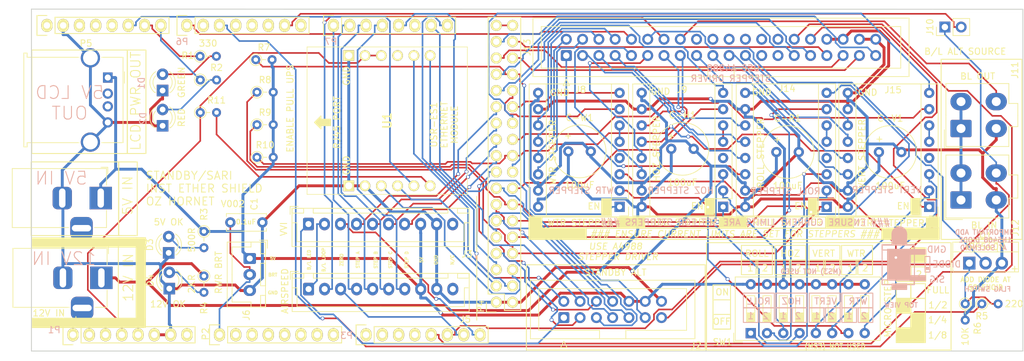
<source format=kicad_pcb>
(kicad_pcb (version 20211014) (generator pcbnew)
  (title_block (date "mar. 31 mars 2015"))
  (layers (0 "F.Cu" signal) (31 "B.Cu" signal) (34 "B.Paste" user) (35 "F.Paste" user) (36 "B.SilkS" user "B.Silkscreen") (37 "F.SilkS" user "F.Silkscreen") (38 "B.Mask" user) (39 "F.Mask" user) (44 "Edge.Cuts" user))
  (net 0 "")
  (net 1 "/RWR_BRT_ANA")
  (net 2 "/SCL")
  (net 3 "/ALT_COIL_C")
  (net 4 "/SDA")
  (net 5 "/ALT_COIL_D")
  (net 6 "/ALT_ENC_A")
  (net 7 "/ALT_COIL_A")
  (net 9 "GNDD")
  (net 10 "/ALT_ENC_B")
  (net 11 "/ALT_COIL_B")
  (net 12 "/VVI_ZERO_DET")
  (net 13 "/VVI_COIL_A")
  (net 14 "/LOWER_OUTPUT_5V")
  (net 15 "/ALT_B{slash}L")
  (net 16 "+5VL")
  (net 17 "/VVI_COIL_B")
  (net 18 "/VVI_COIL_C")
  (net 19 "/VVI_COIL_D")
  (net 20 "/AIR_ZERO_DET")
  (net 21 "/WL_EN")
  (net 22 "/IOREF")
  (net 23 "/Reset")
  (net 24 "+3V3")
  (net 25 "/Vin")
  (net 26 "/WL_STEP")
  (net 27 "/LED_DATA_LOOP_3")
  (net 28 "/LED_DATA_OUT")
  (net 29 "/LED+5V")
  (net 30 "/LED_DATA_LOOP_1")
  (net 31 "/LED_DATA_IN")
  (net 32 "/LED_DATA_LOOP_2")
  (net 36 "/WL_DIR")
  (net 37 "/HOZ_EN")
  (net 38 "/HOZ_STEP")
  (net 39 "/HOZ_DIR")
  (net 40 "/ENCODER_A")
  (net 41 "/TEST_PUSH")
  (net 42 "/ENCODER_B")
  (net 43 "/ENCODER_PUSH")
  (net 44 "/ROLL_ZERO_IR")
  (net 47 "Net-(J8-Pad5)")
  (net 49 "/HOZ_ZERO_IR")
  (net 50 "/VER_ZERO_IR")
  (net 51 "/WL_ZERO_IR")
  (net 52 "SCLK")
  (net 53 "/ROLL_EN")
  (net 54 "/ROLL_STEP")
  (net 55 "/ROLL_DIR")
  (net 56 "/VER_EN")
  (net 59 "Net-(J9-Pad5)")
  (net 62 "/VER_STEP")
  (net 64 "/VER_DIR")
  (net 67 "ES1_RST")
  (net 68 "Net-(P4-Pad35)")
  (net 69 "/AIR_COIL_D")
  (net 70 "/AIR_COIL_C")
  (net 71 "/AIR_COIL_B")
  (net 72 "/AIR_COIL_A")
  (net 73 "/SERVO_PITCH")
  (net 76 "/ALT_B{slash}L_UPPER")
  (net 77 "/ALT_ZERO_DET")
  (net 78 "MISO")
  (net 82 "/HOZ_STEP_V+")
  (net 83 "/ROLL_MS1")
  (net 84 "/ROLL_MS2")
  (net 87 "/ROLL_2B")
  (net 88 "/ROLL_2A")
  (net 90 "/ROLL_1A")
  (net 91 "/ROLL_1B")
  (net 96 "MOSI")
  (net 97 "/GREEN_LED")
  (net 98 "/RED_LED")
  (net 102 "/HOZ_MS1")
  (net 103 "/HOZ_MS2")
  (net 106 "/HOZ_2B")
  (net 107 "/HOZ_2A")
  (net 108 "/HOZ_1A")
  (net 109 "/HOZ_1B")
  (net 110 "/VER_MS1")
  (net 111 "/VER_MS2")
  (net 113 "SS")
  (net 114 "/VER_2B")
  (net 115 "/VER_2A")
  (net 116 "/VER_1A")
  (net 117 "/VER_1B")
  (net 118 "/WL_MS1")
  (net 119 "/WL_MS2")
  (net 121 "Net-(J15-Pad5)")
  (net 122 "/WL_2B")
  (net 123 "/WL_2A")
  (net 124 "/WL_1A")
  (net 125 "/WL_1B")
  (net 126 "Net-(J14-Pad5)")
  (net 129 "Net-(D3-Pad2)")
  (net 130 "Net-(D4-Pad2)")
  (net 131 "Net-(D1-Pad2)")
  (net 132 "Net-(D2-Pad2)")
  (net 134 "Net-(Q1-Pad1)")
  (net 135 "Net-(R11-Pad2)")
  (net 138 "/FLAG_SIG")
  (net 139 "/FLAG_PIN")
  (footprint "Socket_Arduino_Mega:Socket_Strip_Arduino_2x18" (layer "F.Cu") (at 197.358 114.046 90)
    (fp_text reference "P4")
    (fp_text value "Digital" hide)
  )
  (footprint "Socket_Arduino_Mega:Socket_Strip_Arduino_1x08" (layer "F.Cu") (at 131.318 119.126)
    (fp_text reference "P1")
    (fp_text value "Power")
  )
  (footprint "Socket_Arduino_Mega:Socket_Strip_Arduino_1x08" (layer "F.Cu") (at 177.038 119.126)
    (fp_text reference "P3")
    (fp_text value "Analog")
  )
  (footprint "Socket_Arduino_Mega:Socket_Strip_Arduino_1x08" (layer "F.Cu") (at 127.254 70.866)
    (fp_text reference "P5")
    (fp_text value "PWM")
  )
  (footprint "Socket_Arduino_Mega:Socket_Strip_Arduino_1x08" (layer "F.Cu") (at 149.098 70.866)
    (fp_text reference "P6")
    (fp_text value "PWM")
  )
  (footprint "Socket_Arduino_Mega:Socket_Strip_Arduino_1x08" (layer "F.Cu") (at 171.958 70.866)
    (fp_text reference "P7")
    (fp_text value "Communication")
  )
  (footprint "LED_THT:LED_D3.0mm" (layer "F.Cu") (at 145.3 81.025 90)
    (fp_text reference "D1")
    (fp_text value "GREEN")
  )
  (footprint "LED_THT:LED_D3.0mm" (layer "F.Cu") (at 145.3 86.525 90)
    (fp_text reference "D2")
    (fp_text value "RED")
  )
  (footprint "Resistor_THT:R_Axial_DIN0204_L3.6mm_D1.6mm_P2.54mm_Vertical" (layer "F.Cu") (at 151.15 75.68)
    (fp_text reference "R1")
    (fp_text value "330")
  )
  (footprint "Connector_IDC:IDC-Header_2x07_P2.54mm_Vertical" (layer "F.Cu") (at 207.89 116.45 90)
    (fp_text reference "J2")
    (fp_text value "STANDBY ALT")
  )
  (footprint "LED_THT:LED_D3.0mm" (layer "F.Cu") (at 146.35 111.925 90)
    (fp_text reference "D4")
    (fp_text value "LED")
  )
  (footprint "Connector_JST:JST_XH_B10B-XH-A_1x10_P2.50mm_Vertical" (layer "F.Cu") (at 168.054 101.854)
    (fp_text reference "J3")
    (fp_text value "VVI")
  )
  (footprint "Resistor_THT:R_Axial_DIN0204_L3.6mm_D1.6mm_P2.54mm_Vertical" (layer "F.Cu") (at 160.02 86.36)
    (fp_text reference "R9")
    (fp_text value "10K")
  )
  (footprint "Package_TO_SOT_THT:TO-220-3_Vertical" (layer "F.Cu") (at 271.145 107.95)
    (fp_text reference "Q1")
    (fp_text value "IRF540N")
  )
  (footprint "Resistor_THT:R_Axial_DIN0204_L3.6mm_D1.6mm_P2.54mm_Vertical" (layer "F.Cu") (at 273.1 114.3)
    (fp_text reference "R5")
    (fp_text value "220")
  )
  (footprint "PT_Library_v001:PT_R_Axial_DIN0204_L3.6mm_D1.6mm_P2.54mm_Vertical" (layer "F.Cu") (at 151.18 79.375)
    (fp_text reference "R2")
    (fp_text value "330")
  )
  (footprint "Resistor_THT:R_Axial_DIN0204_L3.6mm_D1.6mm_P2.54mm_Vertical" (layer "F.Cu") (at 151.75 109.96 -90)
    (fp_text reference "R4")
    (fp_text value "2000")
  )
  (footprint "Capacitor_THT:C_Radial_D8.0mm_H7.0mm_P3.50mm" (layer "F.Cu") (at 241.0496 90.62)
    (fp_text reference "C-R1")
    (fp_text value "100uF")
  )
  (footprint "Capacitor_THT:C_Radial_D8.0mm_H7.0mm_P3.50mm" (layer "F.Cu") (at 224.6496 90.12)
    (fp_text reference "C-H1")
    (fp_text value "100uF")
  )
  (footprint "Connector_BarrelJack:BarrelJack_Horizontal" (layer "F.Cu") (at 135.65 97.8)
    (fp_text reference "J4")
    (fp_text value "5V IN")
  )
  (footprint "Connector_USB:USB_A_Molex_67643_Horizontal" (layer "F.Cu") (at 136.75 79 -90)
    (fp_text reference "J1")
    (fp_text value "TO LCD")
  )
  (footprint "Connector_Molex:Molex_Mini-Fit_Jr_5566-04A_2x02_P4.20mm_Vertical" (layer "F.Cu") (at 269.85 98.1 90)
    (fp_text reference "J12")
    (fp_text value "BL IN")
  )
  (footprint "Capacitor_THT:C_Radial_D8.0mm_H7.0mm_P3.50mm" (layer "F.Cu") (at 257.0496 90.62)
    (fp_text reference "C-V1")
    (fp_text value "100uF")
  )
  (footprint "Connector_IDC:IDC-Header_2x20_P2.54mm_Vertical" (layer "F.Cu") (at 208.28 75.565 90)
    (fp_text reference "J13")
    (fp_text value "TO SARI PCB")
  )
  (footprint "Resistor_THT:R_Axial_DIN0204_L3.6mm_D1.6mm_P2.54mm_Vertical" (layer "F.Cu") (at 270.51 114.3 -90)
    (fp_text reference "R6")
    (fp_text value "10K")
  )
  (footprint "Socket_Arduino_Mega:Socket_Strip_Arduino_1x08" (layer "F.Cu") (at 154.178 119.126)
    (fp_text reference "P2")
    (fp_text value "Analog")
  )
  (footprint "Module:Pololu_Breakout-16_15.2x20.3mm" (layer "F.Cu") (at 264.8896 99.17 180)
    (fp_text reference "J15")
    (fp_text value "VERT STEPPER")
  )
  (footprint "Resistor_THT:R_Axial_DIN0204_L3.6mm_D1.6mm_P2.54mm_Vertical" (layer "F.Cu") (at 159.8399 76.21)
    (fp_text reference "R7")
    (fp_text value "10K")
  )
  (footprint "Connector_BarrelJack:BarrelJack_Horizontal" (layer "F.Cu") (at 135.75 110.2425)
    (fp_text reference "J7")
    (fp_text value "STEPPER IN 12-20VDC")
  )
  (footprint "MountingHole:MountingHole_2.5mm" (layer "F.Cu") (at 276 118.85)
    (fp_text reference "H2")
    (fp_text value "H2")
  )
  (footprint "Resistor_THT:R_Axial_DIN0204_L3.6mm_D1.6mm_P2.54mm_Vertical" (layer "F.Cu") (at 160.02 81.28)
    (fp_text reference "R8")
    (fp_text value "10K")
  )
  (footprint "Capacitor_THT:C_Disc_D6.0mm_W2.5mm_P5.00mm" (layer "F.Cu") (at 155.869 101.6)
    (fp_text reference "C1")
    (fp_text value "0.1uF")
  )
  (footprint "Resistor_THT:R_Axial_DIN0204_L3.6mm_D1.6mm_P2.54mm_Vertical" (layer "F.Cu") (at 160.02 91.44)
    (fp_text reference "R10")
    (fp_text value "10K")
  )
  (footprint "LED_THT:LED_D3.0mm" (layer "F.Cu") (at 146.25 106.35 90)
    (fp_text reference "D3")
    (fp_text value "LED")
  )
  (footprint "USR-ES1:USRES1" (layer "F.Cu") (at 174.34 95.885 90)
    (fp_text reference "U1")
    (fp_text value "USR-ES1" hide)
  )
  (footprint "MountingHole:MountingHole_2.5mm" (layer "F.Cu") (at 275.9 71.25)
    (fp_text reference "H1")
    (fp_text value "H1")
  )
  (footprint "Resistor_THT:R_Axial_DIN0204_L3.6mm_D1.6mm_P2.54mm_Vertical" (layer "F.Cu") (at 151.75 103.01 -90)
    (fp_text reference "R3")
    (fp_text value "500")
  )
  (footprint "Module:Pololu_Breakout-16_15.2x20.3mm" (layer "F.Cu") (at 232.7396 99.17 180)
    (fp_text reference "J9")
    (fp_text value "HOZ STEPPER")
  )
  (footprint "Connector_JST:JST_XH_B10B-XH-A_1x10_P2.50mm_Vertical" (layer "F.Cu") (at 168.074 111.997)
    (fp_text reference "J5")
    (fp_text value "AIRSPEED")
  )
  (footprint "PT_Library_v001:PT_R_Axial_DIN0204_L3.6mm_D1.6mm_P2.54mm_Vertical" (layer "F.Cu") (at 151.18 84.455)
    (fp_text reference "R11")
    (fp_text value "10K")
  )
  (footprint "Connector_JST:JST_XH_B3B-XH-A_1x03_P2.50mm_Vertical" (layer "F.Cu") (at 158.894 107.228 -90)
    (fp_text reference "J6")
    (fp_text value "RWR BRT")
  )
  (footprint "Button_Switch_THT:SW_DIP_SPSTx08_Slide_9.78x22.5mm_W7.62mm_P2.54mm" (layer "F.Cu") (at 237.05 118.8675 90)
    (fp_text reference "SW1")
    (fp_text value "MICRO STEP")
  )
  (footprint "Module:Pololu_Breakout-16_15.2x20.3mm" (layer "F.Cu") (at 248.8896 99.17 180)
    (fp_text reference "J14")
    (fp_text value "ROLL STEPPER")
  )
  (footprint "Module:Pololu_Breakout-16_15.2x20.3mm" (layer "F.Cu") (at 216.5896 99.17 180)
    (fp_text reference "J8")
    (fp_text value "WTR STEPPER")
  )
  (footprint "Connector_PinHeader_2.54mm:PinHeader_1x02_P2.54mm_Vertical" (layer "F.Cu") (at 267.335 71.12 90)
    (fp_text reference "J10")
    (fp_text value "B/L ALT SOURCE")
  )
  (footprint "Capacitor_THT:C_Radial_D8.0mm_H7.0mm_P3.50mm" (layer "F.Cu") (at 208.5996 90.52)
    (fp_text reference "C-W1")
    (fp_text value "100uF")
  )
  (footprint "Connector_Molex:Molex_Mini-Fit_Jr_5566-04A_2x02_P4.20mm_Vertical" (layer "F.Cu") (at 269.85 86.95 90)
    (fp_text reference "J11")
    (fp_text value "BL OUT")
  )
  (gr_rect (start 240.98 117.2) (end 243.266 114.914) (layer "B.SilkS") (width 0.15) (fill none))
  (gr_rect (start 248.727 117.2) (end 251.013 114.914) (layer "B.SilkS") (width 0.15) (fill none))
  (gr_rect (start 240.98 114.914) (end 245.806 112.628) (layer "B.SilkS") (width 0.15) (fill none))
  (gr_rect (start 251.267 117.2) (end 253.553 114.914) (layer "B.SilkS") (width 0.15) (fill none))
  (gr_rect (start 253.807 117.2) (end 256.093 114.914) (layer "B.SilkS") (width 0.15) (fill none))
  (gr_rect (start 246.187 117.2) (end 248.473 114.914) (layer "B.SilkS") (width 0.15) (fill none))
  (gr_rect (start 243.52 117.2) (end 245.806 114.914) (layer "B.SilkS") (width 0.15) (fill none))
  (gr_rect (start 261.887281 106.567983) (end 264.333887 105.816754) (layer "B.SilkS") (width 0.15) (fill solid))
  (gr_rect (start 257.546045 111.303286) (end 262.532651 110.552057) (layer "B.SilkS") (width 0.15) (fill none))
  (gr_rect (start 238.44 117.2) (end 240.726 114.914) (layer "B.SilkS") (width 0.15) (fill none))
  (gr_rect (start 259.087136 105.068979) (end 261.373136 103.41729) (layer "B.SilkS") (width 0.15) (fill solid))
  (gr_rect (start 264.248771 106.906486) (end 265 109.353092) (layer "B.SilkS") (width 0.15) (fill none))
  (gr_rect (start 257.546225 105.903123) (end 262.532831 105.151894) (layer "B.SilkS") (width 0.15) (fill none))
  (gr_rect (start 235.9 117.2) (end 238.186 114.914) (layer "B.SilkS") (width 0.15) (fill none))
  (gr_rect (start 257.546045 111.303286) (end 262.588218 105.065525) (layer "B.SilkS") (width 0.15) (fill none))
  (gr_rect (start 246.187 114.914) (end 251.013 112.628) (layer "B.SilkS") (width 0.15) (fill none))
  (gr_rect (start 264.248771 108.608685) (end 265 108.919082) (layer "B.SilkS") (width 0.15) (fill solid))
  (gr_rect (start 259.092755 112.057397) (end 261.378755 111.191645) (layer "B.SilkS") (width 0.15) (fill solid))
  (gr_rect (start 251.267 114.914) (end 256.093 112.628) (layer "B.SilkS") (width 0.15) (fill none))
  (gr_circle (center 260.230136 103.41729) (end 259.087136 103.41729) (layer "B.SilkS") (width 0.15) (fill solid))
  (gr_rect (start 235.9 114.914) (end 240.726 112.628) (layer "B.SilkS") (width 0.15) (fill none))
  (gr_rect (start 258.388528 110.612205) (end 261.944528 105.786205) (layer "B.SilkS") (width 0.15) (fill solid))
  (gr_rect (start 261.8795 110.650246) (end 264.326106 109.899017) (layer "B.SilkS") (width 0.15) (fill solid))
  (gr_rect (start 139.8 74.707) (end 142.7 90.85) (layer "F.SilkS") (width 0.15) (fill none))
  (gr_rect (start 259.75 118.057) (end 262.036 120.343) (layer "F.SilkS") (width 0.15) (fill solid))
  (gr_rect (start 246.137 105.178) (end 250.963 107.464) (layer "F.SilkS") (width 0.15) (fill none))
  (gr_rect (start 229.913183 97.869449) (end 231.294794 100.397165) (layer "F.SilkS") (width 0.15) (fill solid))
  (gr_rect (start 231.16449 111.38495) (end 233.894253 113.67095) (layer "F.SilkS") (width 0.15) (fill none))
  (gr_rect (start 259.75 113.457) (end 262.036 115.743) (layer "F.SilkS") (width 0.15) (fill solid))
  (gr_rect (start 246.137 107.464) (end 248.423 109.75) (layer "F.SilkS") (width 0.15) (fill none))
  (gr_rect (start 248.725 100.85) (end 253.075 102.443) (layer "F.SilkS") (width 0.15) (fill solid))
  (gr_line (start 194.31 116.84) (end 194.31 97.536) (layer "F.SilkS") (width 0.15))
  (gr_rect (start 262.057 108.521) (end 264.343 110.807) (layer "F.SilkS") (width 0.15) (fill none))
  (gr_rect (start 240.803 105.178) (end 245.629 107.464) (layer "F.SilkS") (width 0.15) (fill none))
  (gr_rect (start 251.217 105.178) (end 256.043 107.464) (layer "F.SilkS") (width 0.15) (fill none))
  (gr_rect (start 257.5 102.557) (end 266.45 104.15) (layer "F.SilkS") (width 0.15) (fill solid))
  (gr_rect (start 262.014 113.457) (end 264.3 115.743) (layer "F.SilkS") (width 0.15) (fill none))
  (gr_rect (start 243.343 107.464) (end 245.629 109.75) (layer "F.SilkS") (width 0.15) (fill none))
  (gr_rect (start 124.8 92.157) (end 138.45 103.65) (layer "F.SilkS") (width 0.15) (fill none))
  (gr_rect (start 248.677 107.464) (end 250.963 109.75) (layer "F.SilkS") (width 0.15) (fill none))
  (gr_rect (start 231.166091 111.364) (end 233.892106 118.25) (layer "F.SilkS") (width 0.15) (fill none))
  (gr_rect (start 262.014 115.757) (end 264.3 118.043) (layer "F.SilkS") (width 0.15) (fill solid))
  (gr_rect (start 259.757 108.521) (end 262.043 110.807) (layer "F.SilkS") (width 0.15) (fill none))
  (gr_rect (start 202.05 108.2) (end 229.95 121.5) (layer "F.SilkS") (width 0.15) (fill none))
  (gr_rect (start 266.751475 76.15) (end 279.35 104.25) (layer "F.SilkS") (width 0.15) (fill none))
  (gr_rect (start 235.596 107.464) (end 237.882 109.75) (layer "F.SilkS") (width 0.15) (fill none))
  (gr_rect (start 202.45 102.5) (end 266.45 104.25) (layer "F.SilkS") (width 0.15) (fill none))
  (gr_rect (start 138.4 104.007) (end 141.3 117.9) (layer "F.SilkS") (width 0.15) (fill none))
  (gr_rect (start 259.75 111.15) (end 262.036 113.436) (layer "F.SilkS") (width 0.15) (fill none))
  (gr_rect (start 251.217 107.464) (end 253.503 109.75) (layer "F.SilkS") (width 0.15) (fill none))
  (gr_rect (start 246.046039 97.839518) (end 247.42765 100.367234) (layer "F.SilkS") (width 0.15) (fill solid))
  (gr_rect (start 230.15 104.757) (end 268.3 121.5) (layer "F.SilkS") (width 0.15) (fill none))
  (gr_rect (start 231.166091 115.95) (end 233.9 118.236) (layer "F.SilkS") (width 0.15) (fill none))
  (gr_rect (start 262.1 105.557) (end 264.386 107.843) (layer "F.SilkS") (width 0.15) (fill solid))
  (gr_rect (start 232.125 100.85) (end 236.475 102.443) (layer "F.SilkS") (width 0.15) (fill solid))
  (gr_rect (start 213.793146 97.9) (end 215.174757 100.427716) (layer "F.SilkS") (width 0.15) (fill solid))
  (gr_rect (start 253.757 107.464) (end 256.043 109.75) (layer "F.SilkS") (width 0.15) (fill none))
  (gr_rect (start 240.803 107.464) (end 243.089 109.75) (layer "F.SilkS") (width 0.15) (fill none))
  (gr_rect (start 235.596 105.178) (end 240.422 107.464) (layer "F.SilkS") (width 0.15) (fill none))
  (gr_rect (start 202.45 102.557) (end 211.4 104.15) (layer "F.SilkS") (width 0.15) (fill solid))
  (gr_rect (start 124.9 116.55) (end 142.6 117.993) (layer "F.SilkS") (width 0.15) (fill solid))
  (gr_rect (start 259.75 115.757) (end 262.036 118.043) (layer "F.SilkS") (width 0.15) (fill none))
  (gr_rect (start 238.136 107.464) (end 240.422 109.75) (layer "F.SilkS") (width 0.15) (fill none))
  (gr_rect (start 124.9 104.0035) (end 142.65 105.4465) (layer "F.SilkS") (width 0.15) (fill solid))
  (gr_rect (start 141.1785 117.9) (end 142.6215 104) (layer "F.SilkS") (width 0.15) (fill solid))
  (gr_rect (start 124.9 74.707) (end 139.8 90.85) (layer "F.SilkS") (width 0.15) (fill none))
  (gr_rect (start 202.525 100.807) (end 204.475 102.4) (layer "F.SilkS") (width 0.15) (fill solid))
  (gr_poly (pts (xy 170 85.5) (xy 171.5 85.5) (xy 171.5 86.5) (xy 170 86.5) (xy 170 87) (xy 169 86) (xy 170 85)) (layer "F.SilkS") (width 0.15) (fill solid))
  (gr_rect (start 262.014 111.15) (end 264.3 113.436) (layer "F.SilkS") (width 0.15) (fill none))
  (gr_rect (start 138.45 92.157) (end 141.35 103.65) (layer "F.SilkS") (width 0.15) (fill none))
  (gr_rect (start 262.0381 97.864288) (end 263.419711 100.392004) (layer "F.SilkS") (width 0.15) (fill solid))
  (gr_rect (start 264.45 100.7535) (end 266.4 102.3465) (layer "F.SilkS") (width 0.15) (fill solid))
  (gr_rect (start 262.014 118.057) (end 264.3 120.343) (layer "F.SilkS") (width 0.15) (fill solid))
  (gr_rect (start 202.45 100.75) (end 266.45 102.5) (layer "F.SilkS") (width 0.15) (fill none))
  (gr_rect (start 216.175 100.807) (end 220.525 102.4) (layer "F.SilkS") (width 0.15) (fill solid))
  (gr_line (start 124.841 121.666) (end 279.5 121.666) (layer "Edge.Cuts") (width 0.15))
  (gr_line (start 124.841 68.326) (end 279.5 68.35) (layer "Edge.Cuts") (width 0.15))
  (gr_line (start 279.5 121.666) (end 279.5 68.35) (layer "Edge.Cuts") (width 0.15))
  (gr_line (start 124.841 68.326) (end 124.841 121.666) (layer "Edge.Cuts") (width 0.15))
  (gr_text "WTR" (at 253.807 113.898) (layer "B.SilkS") (effects (font (size 1 1)) (justify mirror)))
  (gr_text "GND" (at 266.065 105.816754) (layer "B.SilkS") (effects (font (size 1 1)) (justify mirror)))
  (gr_text "SIG" (at 266.124386 110.49) (layer "B.SilkS") (effects (font (size 1 1)) (justify mirror)))
  (gr_text "2" (at 244.409 116.184) (layer "B.SilkS") (effects (font (size 1 1)) (justify mirror)))
  (gr_text "2" (at 239.329 116.184) (layer "B.SilkS") (effects (font (size 1 1)) (justify mirror)))
  (gr_text "USE A4988 \nSTEPPER DRIVER" (at 233.95 78.35) (layer "B.SilkS") (effects (font (size 1 1)) (justify mirror)))
  (gr_text "DIODE" (at 267.624386 108.110246) (layer "B.SilkS") (effects (font (size 1 1)) (justify mirror)))
  (gr_text "2" (at 254.696 116.184) (layer "B.SilkS") (effects (font (size 1 1)) (justify mirror)))
  (gr_text "HOZ STEPPER" (at 226.1 96.62) (layer "B.SilkS") (effects (font (size 1 1)) (justify mirror)))
  (gr_text "### ENSURE CURRENT LIMITS ARE SET FOR STEPPERS ###" (at 236.22 101.6) (layer "B.SilkS") (effects (font (size 1 1)) (justify mirror)))
  (gr_text "1" (at 242.123 116.184) (layer "B.SilkS") (effects (font (size 1 1)) (justify mirror)))
  (gr_text "TOP VIEW" (at 260.5 114.5) (layer "B.SilkS") (effects (font (size 0.75 0.75)) (justify mirror)))
  (gr_text "12V IN" (at 129.9 107.25) (layer "B.SilkS") (effects (font (size 2 2)) (justify mirror)))
  (gr_text "WTR STEPPER" (at 210.6 96.62) (layer "B.SilkS") (effects (font (size 1 1)) (justify mirror)))
  (gr_text "5V LCD\nOUT" (at 130.8 82.95) (layer "B.SilkS") (effects (font (size 2 2)) (justify mirror)))
  (gr_text "VERT" (at 248.727 113.898) (layer "B.SilkS") (effects (font (size 1 1)) (justify mirror)))
  (gr_text "1" (at 247.33 116.184) (layer "B.SilkS") (effects (font (size 1 1)) (justify mirror)))
  (gr_text "HOZ" (at 243.393 113.898) (layer "B.SilkS") (effects (font (size 1 1)) (justify mirror)))
  (gr_text "FLAG SWITCH" (at 274 112) (layer "B.SilkS") (effects (font (size 0.75 0.75)) (justify mirror)))
  (gr_text "IMPORTANT ADD\n1N5408 DIODE \nAT SOLENOID" (at 273.331806 104.339628) (layer "B.SilkS") (effects (font (size 0.75 0.75)) (justify mirror)))
  (gr_text "1" (at 252.41 116.184) (layer "B.SilkS") (effects (font (size 1 1)) (justify mirror)))
  (gr_text "2" (at 249.616 116.184) (layer "B.SilkS") (effects (font (size 1 1)) (justify mirror)))
  (gr_text "(MS3) NOT USED" (at 246.45 109.25) (layer "B.SilkS") (effects (font (size 0.75 0.75)) (justify mirror)))
  (gr_text "1" (at 237.043 116.184) (layer "B.SilkS") (effects (font (size 1 1)) (justify mirror)))
  (gr_text "ROLL STEPPER" (at 242.45 96.72) (layer "B.SilkS") (effects (font (size 1 1)) (justify mirror)))
  (gr_text "5V IN" (at 129.5 94.7) (layer "B.SilkS") (effects (font (size 2 2)) (justify mirror)))
  (gr_text "ROLL" (at 238.313 113.898) (layer "B.SilkS") (effects (font (size 1 1)) (justify mirror)))
  (gr_text "VERT STEPPER" (at 258.25 96.52) (layer "B.SilkS") (effects (font (size 1 1)) (justify mirror)))
  (gr_text "B/L LOOP" (at 170.434 107.442 90) (layer "F.SilkS") (effects (font (size 0.5 0.5) (thickness 0.125))))
  (gr_text "FULL" (at 266.25 112.15) (layer "F.SilkS") (effects (font (size 1 1))))
  (gr_text "GND" (at 238.76 81.28) (layer "F.SilkS") (effects (font (size 1 1))))
  (gr_text "2" (at 254.9 108.734) (layer "F.SilkS") (effects (font (size 1 1))))
  (gr_text "VERT" (at 248.423 106.448) (layer "F.SilkS") (effects (font (size 1 1))))
  (gr_text "2" (at 263.283 109.691) (layer "F.SilkS") (effects (font (size 1 1))))
  (gr_text "ENABLE PULL UPS" (at 165.204 83.82 90) (layer "F.SilkS") (effects (font (size 1 1))))
  (gr_text "GND" (at 173.99 92.71 90) (layer "F.SilkS") (effects (font (size 1 1))))
  (gr_text "ROLL STEPPER" (at 238.605619 90.77 90) (layer "F.SilkS") (effects (font (size 1 1))))
  (gr_text "12V IN" (at 139.95 110.2 90) (layer "F.SilkS") (effects (font (size 1.5 1.5))))
  (gr_text "HOZ" (at 243.216 106.448) (layer "F.SilkS") (effects (font (size 1 1))))
  (gr_text "5V IN" (at 139.85 97.4 90) (layer "F.SilkS") (effects (font (size 1.5 1.5))))
  (gr_text "2KR" (at 149.85 111.18 90) (layer "F.SilkS") (effects (font (size 1 1))))
  (gr_text "(MS3) NOT USED" (at 250.2 120.9) (layer "F.SilkS") (effects (font (size 0.75 0.75))))
  (gr_text "ZERO" (at 173.228 107.442 90) (layer "F.SilkS") (effects (font (size 0.5 0.5) (thickness 0.125))))
  (gr_text "GND" (at 162.495995 112.570263) (layer "F.SilkS") (effects (font (size 0.5 0.5) (thickness 0.125))))
  (gr_text "+" (at 257.049619 88.62 90) (layer "F.SilkS") (effects (font (size 1 1))))
  (gr_text "EN" (at 212.591154 99.079707) (layer "F.SilkS") (effects (font (size 1 1))))
  (gr_text "1" (at 236.993 108.734) (layer "F.SilkS") (effects (font (size 1 1))))
  (gr_text "WTR" (at 253.503 106.448) (layer "F.SilkS") (effects (font (size 1 1))))
  (gr_text "+" (at 208.499619 88.12 90) (layer "F.SilkS") (effects (font (size 1 1))))
  (gr_text "ON" (at 260.8 106.7) (layer "F.SilkS") (effects (font (size 1 1))))
  (gr_text "1" (at 247.534 108.734) (layer "F.SilkS") (effects (font (size 1 1))))
  (gr_text "STEP C" (at 180.848 107.442 90) (layer "F.SilkS") (effects (font (size 0.5 0.5) (thickness 0.125))))
  (gr_text "ADD DIODE AT\nSOLENOID" (at 273.685 111.125) (layer "F.SilkS") (effects (font (size 0.75 0.75))))
  (gr_text "12V IN" (at 127.55 115.75) (layer "F.SilkS") (effects (font (size 1 1))))
  (gr_text "GND" (at 207.243966 81.352553) (layer "F.SilkS") (effects (font (size 1 1))))
  (gr_text "1" (at 252.614 108.734) (layer "F.SilkS") (effects (font (size 1 1))))
  (gr_text "+" (at 278.22516 108.755222) (layer "F.SilkS") (effects (font (size 1 1))))
  (gr_text "EN" (at 260.836108 99.043995) (layer "F.SilkS") (effects (font (size 1 1))))
  (gr_text "+" (at 224.549619 88.17 90) (layer "F.SilkS") (effects (font (size 1 1))))
  (gr_text "### ENSURE CURRENT LIMITS ARE SET FOR STEPPERS ###" (at 234.6 103.4) (layer "F.SilkS") (effects (font (size 1 1) (thickness 0.15) italic)))
  (gr_text "N/C" (at 190.5 107.442 90) (layer "F.SilkS") (effects (font (size 0.5 0.5) (thickness 0.125))))
  (gr_text "1" (at 131.318 116.586 90) (layer "F.SilkS") (effects (font (size 1 1))))
  (gr_text "BRT" (at 162.495995 109.776263) (layer "F.SilkS") (effects (font (size 0.5 0.5) (thickness 0.125))))
  (gr_text "2" (at 239.279 108.734) (layer "F.SilkS") (effects (font (size 1 1))))
  (gr_text "ON" (at 232.608253 112.47095) (layer "F.SilkS") (effects (font (size 1 1))))
  (gr_text "STANDBY/SARI\nINST ETHER SHIELD \nOZ HORNET" (at 142.6 96.3) (layer "F.SilkS") (effects (font (size 1.25 1.25)) (justify left)))
  (gr_text "GND" (at 222.957787 81.172967) (layer "F.SilkS") (effects (font (size 1 1))))
  (gr_text "1/2" (at 266.25 114.5) (layer "F.SilkS") (effects (font (size 1 1))))
  (gr_text "GND" (at 173.99 78.74 90) (layer "F.SilkS") (effects (font (size 1 1))))
  (gr_text "1/8" (at 266.2 119.2) (layer "F.SilkS") (effects (font (size 1 1))))
  (gr_text "5V" (at 185.674 107.442 90) (layer "F.SilkS") (effects (font (size 0.5 0.5) (thickness 0.125))))
  (gr_text "STEP D" (at 183.388 107.442 90) (layer "F.SilkS") (effects (font (size 0.5 0.5) (thickness 0.125))))
  (gr_text "LCD PWR OUT" (at 141.1 82.65 90) (layer "F.SilkS") (effects (font (size 1.5 1.5))))
  (gr_text "HOZ STEPPER" (at 222.355619 90.12 90) (layer "F.SilkS") (effects (font (size 1 1))))
  (gr_text "OFF" (at 232.529127 117.049332) (layer "F.SilkS") (effects (font (size 1 1))))
  (gr_text "USE A4988 \nSTEPPER DRIVER" (at 216.35 106.15) (layer "F.SilkS") (effects (font (size 1 1) (thickness 0.15) italic)))
  (gr_text "V002\n" (at 156.25 98.7) (layer "F.SilkS") (effects (font (size 1 1))))
  (gr_text "1" (at 242.2 108.734) (layer "F.SilkS") (effects (font (size 1 1))))
  (gr_text "2" (at 244.486 108.734) (layer "F.SilkS") (effects (font (size 1 1))))
  (gr_text "EN" (at 228.711191 99.049156) (layer "F.SilkS") (effects (font (size 1 1))))
  (gr_text "2" (at 249.82 108.734) (layer "F.SilkS") (effects (font (size 1 1))))
  (gr_text "VERT STEPPER" (at 254.405619 90.87 90) (layer "F.SilkS") (effects (font (size 1 1))))
  (gr_text "GND" (at 255.27 81.32) (layer "F.SilkS") (effects (font (size 1 1))))
  (gr_text "5V OK" (at 146.25 101.55) (layer "F.SilkS") (effects (font (size 1 1))))
  (gr_text "5V" (at 162.495995 107.236263) (layer "F.SilkS") (effects (font (size 0.5 0.5) (thickness 0.125))))
  (gr_text "B/L LED" (at 168.148 107.442 90) (layer "F.SilkS") (effects (font (size 0.5 0.5) (thickness 0.125))))
  (gr_text "1/4" (at 266.2 116.8) (layer "F.SilkS") (effects (font (size 1 1))))
  (gr_text "STEP B" (at 178.562 107.442 90) (layer "F.SilkS") (effects (font (size 0.5 0.5) (thickness 0.125))))
  (gr_text "500R" (at 149.85 104.33 90) (layer "F.SilkS") (effects (font (size 1 1))))
  (gr_text "1" (at 260.997 109.691) (layer "F.SilkS") (effects (font (size 1 1))))
  (gr_text "EN" (at 244.844047 99.019225) (layer "F.SilkS") (effects (font (size 1 1))))
  (gr_text "+" (at 241.099619 88.72 90) (layer "F.SilkS") (effects (font (size 1 1))))
  (gr_text "GND" (at 187.96 107.442 90) (layer "F.SilkS") (effects (font (size 0.5 0.5) (thickness 0.125))))
  (gr_text "ROLL" (at 238.009 106.448) (layer "F.SilkS") (effects (font (size 1 1))))
  (gr_text "RJ45 PORT" (at 172.5 86 90) (layer "F.SilkS") (effects (font (size 1 1))))
  (gr_text "12V OK" (at 146.15 114.35) (layer "F.SilkS") (effects (font (size 1 1))))
  (gr_text "USR-ES1\nETHERNET\nMODULE" (at 189.23 86.36 90) (layer "F.SilkS") (effects (font (size 1 1))))
  (gr_text "STEP A" (at 175.768 107.442 90) (layer "F.SilkS") (effects (font (size 0.5 0.5) (thickness 0.125))))
  (gr_text "WTR STEPPER" (at 206.155619 90.67 90) (layer "F.SilkS") (effects (font (size 1 1))))
  (segment (start 158.894 108.5527) (end 158.0125 108.5527) (width 0.25) (layer "F.Cu") (net 1))
  (segment (start 158.0125 108.5527) (end 155.869 106.4092) (width 0.25) (layer "F.Cu") (net 1))
  (segment (start 155.869 106.4092) (end 155.869 101.6) (width 0.25) (layer "F.Cu") (net 1))
  (segment (start 158.894 109.728) (end 158.894 108.5527) (width 0.25) (layer "F.Cu") (net 1))
  (segment (start 158.894 109.728) (end 158.894 110.9033) (width 0.25) (layer "B.Cu") (net 1))
  (segment (start 158.3798 110.9033) (end 154.178 115.1051) (width 0.25) (layer "B.Cu") (net 1))
  (segment (start 158.894 110.9033) (end 158.3798 110.9033) (width 0.25) (layer "B.Cu") (net 1))
  (segment (start 154.178 115.1051) (end 154.178 119.126) (width 0.25) (layer "B.Cu") (net 1))
  (segment (start 194.2761 107.5736) (end 194.2761 106.4716) (width 0.25) (layer "F.Cu") (net 2))
  (segment (start 196.9385 110.236) (end 194.2761 107.5736) (width 0.25) (layer "F.Cu") (net 2))
  (segment (start 203.9614 110.236) (end 196.9385 110.236) (width 0.25) (layer "F.Cu") (net 2))
  (via (at 203.9614 110.236) (size 0.6) (drill 0.4) (layers "F.Cu" "B.Cu") (net 2))
  (via (at 194.2761 106.4716) (size 0.6) (drill 0.4) (layers "F.Cu" "B.Cu") (net 2))
  (segment (start 186.6881 69.5038) (end 185.847 70.3449) (width 0.25) (layer "B.Cu") (net 2))
  (segment (start 187.707 69.5038) (end 186.6881 69.5038) (width 0.25) (layer "B.Cu") (net 2))
  (segment (start 207.89 113.91) (end 204.216 110.236) (width 0.25) (layer "B.Cu") (net 2))
  (segment (start 189.738 70.866) (end 188.5491 70.866) (width 0.25) (layer "B.Cu") (net 2))
  (segment (start 185.847 91.5942) (end 193.8609 99.6081) (width 0.25) (layer "B.Cu") (net 2))
  (segment (start 204.216 110.236) (end 203.9614 110.236) (width 0.25) (layer "B.Cu") (net 2))
  (segment (start 185.847 70.3449) (end 185.847 91.5942) (width 0.25) (layer "B.Cu") (net 2))
  (segment (start 193.8609 99.6081) (end 193.8609 106.0564) (width 0.25) (layer "B.Cu") (net 2))
  (segment (start 188.5491 70.3459) (end 187.707 69.5038) (width 0.25) (layer "B.Cu") (net 2))
  (segment (start 193.8609 106.0564) (end 194.2761 106.4716) (width 0.25) (layer "B.Cu") (net 2))
  (segment (start 188.5491 70.866) (end 188.5491 70.3459) (width 0.25) (layer "B.Cu") (net 2))
  (segment (start 201.6017 107.9067) (end 201.31 107.615) (width 0.25) (layer "F.Cu") (net 3))
  (segment (start 199.3837 107.615) (end 198.547 106.7783) (width 0.25) (layer "F.Cu") (net 3))
  (segment (start 210.43 116.45) (end 209.2536 117.6264) (width 0.25) (layer "F.Cu") (net 3))
  (segment (start 196.9206 105.156) (end 194.6896 102.925) (width 0.25) (layer "F.Cu") (net 3))
  (segment (start 197.7913 105.156) (end 196.9206 105.156) (width 0.25) (layer "F.Cu") (net 3))
  (segment (start 198.547 105.9117) (end 197.7913 105.156) (width 0.25) (layer "F.Cu") (net 3))
  (segment (start 194.6896 102.925) (end 194.6896 95.9455) (width 0.25) (layer "F.Cu") (net 3))
  (segment (start 198.547 106.7783) (end 198.547 105.9117) (width 0.25) (layer "F.Cu") (net 3))
  (segment (start 201.31 107.615) (end 199.3837 107.615) (width 0.25) (layer "F.Cu") (net 3))
  (segment (start 206.7904 117.6264) (end 205.9794 116.8154) (width 0.25) (layer "F.Cu") (net 3))
  (segment (start 209.2536 117.6264) (end 206.7904 117.6264) (width 0.25) (layer "F.Cu") (net 3))
  (via (at 194.6896 95.9455) (size 0.6) (drill 0.4) (layers "F.Cu" "B.Cu") (net 3))
  (via (at 205.9794 116.8154) (size 0.6) (drill 0.4) (layers "F.Cu" "B.Cu") (net 3))
  (via (at 201.6017 107.9067) (size 0.6) (drill 0.4) (layers "F.Cu" "B.Cu") (net 3))
  (segment (start 202.4319 108.7369) (end 201.6017 107.9067) (width 0.25) (layer "B.Cu") (net 3))
  (segment (start 206.8565 115.4685) (end 206.8565 114.9173) (width 0.25) (layer "B.Cu") (net 3))
  (segment (start 205.9794 116.3456) (end 206.8565 115.4685) (width 0.25) (layer "B.Cu") (net 3))
  (segment (start 202.4319 110.4927) (end 202.4319 108.7369) (width 0.25) (layer "B.Cu") (net 3))
  (segment (start 206.8565 114.9173) (end 202.4319 110.4927) (width 0.25) (layer "B.Cu") (net 3))
  (segment (start 196.1691 94.466) (end 196.1691 93.726) (width 0.25) (layer "B.Cu") (net 3))
  (segment (start 205.9794 116.8154) (end 205.9794 116.3456) (width 0.25) (layer "B.Cu") (net 3))
  (segment (start 194.6896 95.9455) (end 196.1691 94.466) (width 0.25) (layer "B.Cu") (net 3))
  (segment (start 197.358 93.726) (end 196.1691 93.726) (width 0.25) (layer "B.Cu") (net 3))
  (segment (start 188.549 72.217) (end 187.198 70.866) (width 0.25) (layer "B.Cu") (net 4))
  (segment (start 188.549 93.0224) (end 188.549 72.217) (width 0.25) (layer "B.Cu") (net 4))
  (segment (start 201.676 105.156) (end 196.9436 105.156) (width 0.25) (layer "B.Cu") (net 4))
  (segment (start 195.2352 99.7086) (end 188.549 93.0224) (width 0.25) (layer "B.Cu") (net 4))
  (segment (start 210.43 113.91) (end 201.676 105.156) (width 0.25) (layer "B.Cu") (net 4))
  (segment (start 196.9436 105.156) (end 195.2352 103.4476) (width 0.25) (layer "B.Cu") (net 4))
  (segment (start 195.2352 103.4476) (end 195.2352 99.7086) (width 0.25) (layer "B.Cu") (net 4))
  (segment (start 218.5013 117.661) (end 214.181 117.661) (width 0.25) (layer "B.Cu") (net 5))
  (segment (start 213.7456 111.315) (end 214.6088 111.315) (width 0.25) (layer "B.Cu") (net 5))
  (segment (start 214.6088 111.315) (end 216.78 113.4862) (width 0.25) (layer "B.Cu") (net 5))
  (segment (start 214.181 117.661) (end 212.97 116.45) (width 0.25) (layer "B.Cu") (net 5))
  (segment (start 198.5469 96.266) (end 198.5469 96.6376) (width 0.25) (layer "B.Cu") (net 5))
  (segment (start 216.78 114.3194) (end 217.6406 115.18) (width 0.25) (layer "B.Cu") (net 5))
  (segment (start 216.78 113.4862) (end 216.78 114.3194) (width 0.25) (layer "B.Cu") (net 5))
  (segment (start 200.3074 97.4549) (end 201.5997 98.7472) (width 0.25) (layer "B.Cu") (net 5))
  (segment (start 217.6406 115.18) (end 218.4594 115.18) (width 0.25) (layer "B.Cu") (net 5))
  (segment (start 197.358 96.266) (end 198.5469 96.266) (width 0.25) (layer "B.Cu") (net 5))
  (segment (start 218.4594 115.18) (end 219.2547 115.9753) (width 0.25) (layer "B.Cu") (net 5))
  (segment (start 199.3642 97.4549) (end 200.3074 97.4549) (width 0.25) (layer "B.Cu") (net 5))
  (segment (start 219.2547 116.9076) (end 218.5013 117.661) (width 0.25) (layer "B.Cu") (net 5))
  (segment (start 203.442 101.6072) (end 204.0378 101.6072) (width 0.25) (layer "B.Cu") (net 5))
  (segment (start 201.5997 99.7649) (end 203.442 101.6072) (width 0.25) (layer "B.Cu") (net 5))
  (segment (start 201.5997 98.7472) (end 201.5997 99.7649) (width 0.25) (layer "B.Cu") (net 5))
  (segment (start 204.0378 101.6072) (end 213.7456 111.315) (width 0.25) (layer "B.Cu") (net 5))
  (segment (start 219.2547 115.9753) (end 219.2547 116.9076) (width 0.25) (layer "B.Cu") (net 5))
  (segment (start 198.5469 96.6376) (end 199.3642 97.4549) (width 0.25) (layer "B.Cu") (net 5))
  (segment (start 212.97 113.91) (end 211.6693 115.2107) (width 0.25) (layer "F.Cu") (net 6))
  (segment (start 211.6693 115.2107) (end 206.2062 115.2107) (width 0.25) (layer "F.Cu") (net 6))
  (via (at 206.2062 115.2107) (size 0.6) (drill 0.4) (layers "F.Cu" "B.Cu") (net 6))
  (segment (start 198.5469 106.7976) (end 199.3642 107.6149) (width 0.25) (layer "B.Cu") (net 6))
  (segment (start 201.8223 109.1274) (end 201.8223 110.8268) (width 0.25) (layer "B.Cu") (net 6))
  (segment (start 199.3642 107.6149) (end 200.3098 107.6149) (width 0.25) (layer "B.Cu") (net 6))
  (segment (start 197.358 106.426) (end 198.5469 106.426) (width 0.25) (layer "B.Cu") (net 6))
  (segment (start 200.3098 107.6149) (end 201.8223 109.1274) (width 0.25) (layer "B.Cu") (net 6))
  (segment (start 198.5469 106.426) (end 198.5469 106.7976) (width 0.25) (layer "B.Cu") (net 6))
  (segment (start 201.8223 110.8268) (end 206.2062 115.2107) (width 0.25) (layer "B.Cu") (net 6))
  (segment (start 201.4213 103.1651) (end 200.7912 102.535) (width 0.25) (layer "F.Cu") (net 7))
  (segment (start 197.358 98.806) (end 197.358 99.9949) (width 0.25) (layer "F.Cu") (net 7))
  (segment (start 197.7296 99.9949) (end 197.358 99.9949) (width 0.25) (layer "F.Cu") (net 7))
  (segment (start 199.3837 102.535) (end 198.5469 101.6982) (width 0.25) (layer "F.Cu") (net 7))
  (segment (start 200.7912 102.535) (end 199.3837 102.535) (width 0.25) (layer "F.Cu") (net 7))
  (segment (start 198.5469 100.8122) (end 197.7296 99.9949) (width 0.25) (layer "F.Cu") (net 7))
  (segment (start 198.5469 101.6982) (end 198.5469 100.8122) (width 0.25) (layer "F.Cu") (net 7))
  (via (at 201.4213 103.1651) (size 0.6) (drill 0.4) (layers "F.Cu" "B.Cu") (net 7))
  (segment (start 211.7 114.341) (end 211.7 113.4438) (width 0.25) (layer "B.Cu") (net 7))
  (segment (start 211.7 113.4438) (end 201.4213 103.1651) (width 0.25) (layer "B.Cu") (net 7))
  (segment (start 215.51 116.45) (end 214.1454 115.0854) (width 0.25) (layer "B.Cu") (net 7))
  (segment (start 212.4444 115.0854) (end 211.7 114.341) (width 0.25) (layer "B.Cu") (net 7))
  (segment (start 214.1454 115.0854) (end 212.4444 115.0854) (width 0.25) (layer "B.Cu") (net 7))
  (segment (start 146.35 111.925) (end 147.6753 111.925) (width 0.45) (layer "F.Cu") (net 9))
  (segment (start 260.8896 90.28) (end 272.6617 90.28) (width 0.45) (layer "F.Cu") (net 9))
  (segment (start 217.9986 108.6399) (end 206.593 108.6399) (width 0.45) (layer "F.Cu") (net 9))
  (segment (start 174.34 95.885) (end 166.584 95.885) (width 0.45) (layer "F.Cu") (net 9))
  (segment (start 275.35 98.1) (end 275.35 96.3247) (width 0.45) (layer "F.Cu") (net 9))
  (segment (start 176.88 95.885) (end 174.34 95.885) (width 0.45) (layer "F.Cu") (net 9))
  (segment (start 257.8441 74.3291) (end 256.54 73.025) (width 0.45) (layer "F.Cu") (net 9))
  (segment (start 218.5503 109.1916) (end 218.5503 109.3303) (width 0.45) (layer "F.Cu") (net 9))
  (segment (start 254 73.025) (end 256.54 73.025) (width 0.45) (layer "F.Cu") (net 9))
  (segment (start 206.593 108.6399) (end 201.1869 114.046) (width 0.45) (layer "F.Cu") (net 9))
  (segment (start 143.4497 86) (end 143.4497 83.9455) (width 0.45) (layer "F.Cu") (net 9))
  (segment (start 238.5396 96.63) (end 236.1896 96.63) (width 0.45) (layer "F.Cu") (net 9))
  (segment (start 272.6617 90.28) (end 273.2285 90.8468) (width 0.45) (layer "F.Cu") (net 9))
  (segment (start 143.4497 86) (end 143.9747 86.525) (width 0.45) (layer "F.Cu") (net 9))
  (segment (start 273.2285 94.5916) (end 274.9616 96.3247) (width 0.45) (layer "F.Cu") (net 9))
  (segment (start 260.5496 90.62) (end 260.8896 90.28) (width 0.45) (layer "F.Cu") (net 9))
  (segment (start 146.558 119.126) (end 144.018 119.126) (width 0.45) (layer "F.Cu") (net 9))
  (segment (start 257.8441 76.9608) (end 257.8441 74.3291) (width 0.45) (layer "F.Cu") (net 9))
  (segment (start 156.6296 111.3639) (end 148.2364 111.3639) (width 0.45) (layer "F.Cu") (net 9))
  (segment (start 252.1896 81.39) (end 253.4149 81.39) (width 0.45) (layer "F.Cu") (net 9))
  (segment (start 218.5503 109.1916) (end 217.9986 108.6399) (width 0.45) (layer "F.Cu") (net 9))
  (segment (start 148.2364 111.3639) (end 147.6753 111.925) (width 0.45) (layer "F.Cu") (net 9))
  (segment (start 197.358 114.046) (end 199.898 114.046) (width 0.45) (layer "F.Cu") (net 9))
  (segment (start 244.5496 90.62) (end 238.5396 96.63) (width 0.45) (layer "F.Cu") (net 9))
  (segment (start 158.894 112.228) (end 157.4937 112.228) (width 0.45) (layer "F.Cu") (net 9))
  (segment (start 136.75 86) (end 143.4497 86) (width 0.45) (layer "F.Cu") (net 9))
  (segment (start 145.3 86.525) (end 143.9747 86.525) (width 0.45) (layer "F.Cu") (net 9))
  (segment (start 275.35 88.7253) (end 273.2285 90.8468) (width 0.45) (layer "F.Cu") (net 9))
  (segment (start 166.584 95.885) (end 160.869 101.6) (width 0.45) (layer "F.Cu") (net 9))
  (segment (start 275.35 86.95) (end 275.35 88.7253) (width 0.45) (layer "F.Cu") (net 9))
  (segment (start 274.9616 96.3247) (end 275.35 96.3247) (width 0.45) (layer "F.Cu") (net 9))
  (segment (start 253.4149 81.39) (end 257.8441 76.9608) (width 0.45) (layer "F.Cu") (net 9))
  (segment (start 218.5503 109.3303) (end 223.13 113.91) (width 0.45) (layer "F.Cu") (net 9))
  (segment (start 199.898 114.046) (end 201.1869 114.046) (width 0.45) (layer "F.Cu") (net 9))
  (segment (start 273.2285 90.8468) (end 273.2285 94.5916) (width 0.45) (layer "F.Cu") (net 9))
  (segment (start 145.0449 82.3503) (end 145.3 82.3503) (width 0.45) (layer "F.Cu") (net 9))
  (segment (start 157.4937 112.228) (end 156.6296 111.3639) (width 0.45) (layer "F.Cu") (net 9))
  (segment (start 145.3 81.025) (end 145.3 82.3503) (width 0.45) (layer "F.Cu") (net 9))
  (segment (start 143.4497 83.9455) (end 145.0449 82.3503) (width 0.45) (layer "F.Cu") (net 9))
  (via (at 218.5503 109.1916) (size 0.6) (drill 0.4) (layers "F.Cu" "B.Cu") (net 9))
  (segment (start 230.8496 92.82) (end 228.1496 90.12) (width 0.45) (layer "B.Cu") (net 9))
  (segment (start 249.739 95.4047) (end 248.3999 95.4047) (width 0.45) (layer "B.Cu") (net 9))
  (segment (start 158.894 112.228) (end 160.869 110.253) (width 0.45) (layer "B.Cu") (net 9))
  (segment (start 252.1896 81.39) (end 252.1896 82.6153) (width 0.45) (layer "B.Cu") (net 9))
  (segment (start 226.9152 88.8856) (end 228.1496 90.12) (width 0.45) (layer "B.Cu") (net 9))
  (segment (start 188.054 110.5767) (end 188.074 110.5967) (width 0.45) (layer "B.Cu") (net 9))
  (segment (start 129.794 70.866) (end 129.794 72.3073) (width 0.45) (layer "B.Cu") (net 9))
  (segment (start 129.65 93.46) (end 134.04 89.07) (width 0.45) (layer "B.Cu") (net 9))
  (segment (start 210.8235 89.2439) (end 208.1228 89.2439) (width 0.45) (layer "B.Cu") (net 9))
  (segment (start 255.2155 92.8866) (end 252.6974 95.4047) (width 0.45) (layer "B.Cu") (net 9))
  (segment (start 129.75 108.0255) (end 144.7519 108.0255) (width 0.45) (layer "B.Cu") (net 9))
  (segment (start 146.35 117.4767) (end 146.558 117.6847) (width 0.45) (layer "B.Cu") (net 9))
  (segment (start 235.6907 95.4047) (end 234.9643 94.6783) (width 0.45) (layer "B.Cu") (net 9))
  (segment (start 174.34 75.565) (end 174.34 95.885) (width 0.45) (layer "B.Cu") (net 9))
  (segment (start 275.35 98.1) (end 275.35 99.8753) (width 0.45) (layer "B.Cu") (net 9))
  (segment (start 146.558 119.126) (end 146.558 117.6847) (width 0.45) (layer "B.Cu") (net 9))
  (segment (start 202.6503 83.3951) (end 202.6503 94.6529) (width 0.45) (layer "B.Cu") (net 9))
  (segment (start 275.35 99.8753) (end 276.225 100.7503) (width 0.45) (layer "B.Cu") (net 9))
  (segment (start 134.04 83.29) (end 134.04 75.93) (width 0.45) (layer "B.Cu") (net 9))
  (segment (start 190.123 114.046) (end 188.074 111.997) (width 0.45) (layer "B.Cu") (net 9))
  (segment (start 250.9643 96.63) (end 249.739 95.4047) (width 0.45) (layer "B.Cu") (net 9))
  (segment (start 252.6974 95.4047) (end 252.1896 95.4047) (width 0.45) (layer "B.Cu") (net 9))
  (segment (start 252.1896 96.63) (end 252.1896 95.4047) (width 0.45) (layer "B.Cu") (net 9))
  (segment (start 207.3704 92.713) (end 203.8896 96.1938) (width 0.45) (layer "B.Cu") (net 9))
  (segment (start 252.1896 82.6153) (end 252.6536 82.6153) (width 0.45) (layer "B.Cu") (net 9))
  (segment (start 146.35 111.925) (end 144.9945 110.5695) (width 0.45) (layer "B.Cu") (net 9))
  (segment (start 236.1896 81.39) (end 237.4149 81.39) (width 0.45) (layer "B.Cu") (net 9))
  (segment (start 129.65 97.8) (end 129.65 93.46) (width 0.45) (layer "B.Cu") (net 9))
  (segment (start 134.04 75.93) (end 130.4173 72.3073) (width 0.45) (layer "B.Cu") (net 9))
  (segment (start 223.9094 86.0256) (end 223.9094 88.6693) (width 0.45) (layer "B.Cu") (net 9))
  (segment (start 220.0396 96.63) (end 220.0396 95.4254) (width 0.45) (layer "B.Cu") (net 9))
  (segment (start 129.75 110.2425) (end 129.75 108.0255) (width 0.45) (layer "B.Cu") (net 9))
  (segment (start 203.8896 96.63) (end 203.8896 96.1938) (width 0.45) (layer "B.Cu") (net 9))
  (segment (start 136.75 86) (end 134.04 83.29) (width 0.45) (layer "B.Cu") (net 9))
  (segment (start 220.4372 95.4254) (end 223.0026 92.86) (width 0.45) (layer "B.Cu") (net 9))
  (segment (start 224.1257 88.8856) (end 226.9152 88.8856) (width 0.45) (layer "B.Cu") (net 9))
  (segment (start 255.2155 89.3648) (end 255.2155 92.8866) (width 0.45) (layer "B.Cu") (net 9))
  (segment (start 212.0996 90.52) (end 210.8235 89.2439) (width 0.45) (layer "B.Cu") (net 9))
  (segment (start 233.2099 92.82) (end 230.8496 92.82) (width 0.45) (layer "B.Cu") (net 9))
  (segment (start 255.2155 85.1772) (end 255.2155 89.3648) (width 0.45) (layer "B.Cu") (net 9))
  (segment (start 208.1228 89.2439) (end 207.3704 89.9963) (width 0.45) (layer "B.Cu") (net 9))
  (segment (start 276.225 107.95) (end 271.805 112.37) (width 0.45) (layer "B.Cu") (net 9))
  (segment (start 146.35 111.925) (end 146.35 117.4767) (width 0.45) (layer "B.Cu") (net 9))
  (segment (start 220.0396 81.39) (end 220.0396 82.6153) (width 0.45) (layer "B.Cu") (net 9))
  (segment (start 259.2944 89.3648) (end 260.5496 90.62) (width 0.45) (layer "B.Cu") (net 9))
  (segment (start 144.9945 110.5695) (end 144.9945 108.2681) (width 0.45) (layer "B.Cu") (net 9))
  (segment (start 220.4991 82.6153) (end 223.9094 86.0256) (width 0.45) (layer "B.Cu") (net 9))
  (segment (start 234.9643 94.6783) (end 234.9643 94.5744) (width 0.45) (layer "B.Cu") (net 9))
  (segment (start 220.0189 95.4047) (end 220.0396 95.4254) (width 0.45) (layer "B.Cu") (net 9))
  (segment (start 212.0996 90.52) (end 212.0996 91.3676) (width 0.45) (layer "B.Cu") (net 9))
  (segment (start 136.75 86.36) (end 136.75 86) (width 0.45) (layer "B.Cu") (net 9))
  (segment (start 223.0026 92.86) (end 223.0026 90.0087) (width 0.45) (layer "B.Cu") (net 9))
  (segment (start 203.8896 81.39) (end 203.8896 82.6153) (width 0.45) (layer "B.Cu") (net 9))
  (segment (start 236.1896 95.4047) (end 235.6907 95.4047) (width 0.45) (layer "B.Cu") (net 9))
  (segment (start 203.4021 95.4047) (end 203.8896 95.4047) (width 0.45) (layer "B.Cu") (net 9))
  (segment (start 271.805 112.37) (end 271.805 114.6528) (width 0.45) (layer "B.Cu") (net 9))
  (segment (start 216.1367 95.4047) (end 220.0189 95.4047) (width 0.45) (layer "B.Cu") (net 9))
  (segment (start 223.9094 88.6693) (end 224.1257 88.8856) (width 0.45) (layer "B.Cu") (net 9))
  (segment (start 234.9643 94.5744) (end 233.2099 92.82) (width 0.45) (layer "B.Cu") (net 9))
  (segment (start 244.5496 91.5544) (end 244.5496 90.62) (width 0.45) (layer "B.Cu") (net 9))
  (segment (start 188.054 101.854) (end 186.1536 99.9536) (width 0.45) (layer "B.Cu") (net 9))
  (segment (start 203.8896 96.1938) (end 203.8896 95.4047) (width 0.45) (layer "B.Cu") (net 9))
  (segment (start 203.4301 82.6153) (end 202.6503 83.3951) (width 0.45) (layer "B.Cu") (net 9))
  (segment (start 144.9945 108.2681) (end 146.25 107.0126) (width 0.45) (layer "B.Cu") (net 9))
  (segment (start 237.8417 81.39) (end 237.4149 81.39) (width 0.45) (layer "B.Cu") (net 9))
  (segment (start 180.9486 99.9536) (end 176.88 95.885) (width 0.45) (layer "B.Cu") (net 9))
  (segment (start 212.0996 91.3676) (end 216.1367 95.4047) (width 0.45) (layer "B.Cu") (net 9))
  (segment (start 144.7519 108.0255) (end 144.9945 108.2681) (width 0.45) (layer "B.Cu") (net 9))
  (segment (start 271.805 114.6528) (end 270.7431 115.7147) (width 0.45) (layer "B.Cu") (net 9))
  (segment (start 160.869 110.253) (end 160.869 101.6) (width 0.45) (layer "B.Cu") (net 9))
  (segment (start 220.0396 82.6153) (end 220.4991 82.6153) (width 0.45) (layer "B.Cu") (net 9))
  (segment (start 129.75 108.0255) (end 129.75 97.9) (width 0.45) (layer "B.Cu") (net 9))
  (segment (start 207.3704 89.9963) (end 207.3704 92.713) (width 0.45) (layer "B.Cu") (net 9))
  (segment (start 188.074 111.997) (end 188.074 110.5967) (width 0.45) (layer "B.Cu") (net 9))
  (segment (start 255.2155 89.3648) (end 259.2944 89.3648) (width 0.45) (layer "B.Cu") (net 9))
  (segment (start 276.225 100.7503) (end 276.225 107.95) (width 0.45) (layer "B.Cu") (net 9))
  (segment (start 230.8496 92.82) (end 230.8496 96.8923) (width 0.45) (layer "B.Cu") (net 9))
  (segment (start 220.0396 95.4254) (end 220.4372 95.4254) (width 0.45) (layer "B.Cu") (net 9))
  (segment (start 188.054 101.854) (end 188.054 110.5767) (width 0.45) (layer "B.Cu") (net 9))
  (segment (start 252.6536 82.6153) (end 255.2155 85.1772) (width 0.45) (layer "B.Cu") (net 9))
  (segment (start 244.5496 88.0979) (end 237.8417 81.39) (width 0.45) (layer "B.Cu") (net 9))
  (segment (start 244.5496 90.62) (end 244.5496 88.0979) (width 0.45) (layer "B.Cu") (net 9))
  (segment (start 270.7431 115.7147) (end 270.51 115.7147) (width 0.45) (layer "B.Cu") (net 9))
  (segment (start 203.8896 82.6153) (end 203.4301 82.6153) (width 0.45) (layer "B.Cu") (net 9))
  (segment (start 230.8496 96.8923) (end 218.5503 109.1916) (width 0.45) (layer "B.Cu") (net 9))
  (segment (start 130.4173 72.3073) (end 129.794 72.3073) (width 0.45) (layer "B.Cu") (net 9))
  (segment (start 129.75 97.9) (end 129.65 97.8) (width 0.45) (layer "B.Cu") (net 9))
  (segment (start 223.0026 90.0087) (end 224.1257 88.8856) (width 0.45) (layer "B.Cu") (net 9))
  (segment (start 197.358 114.046) (end 190.123 114.046) (width 0.45) (layer "B.Cu") (net 9))
  (segment (start 202.6503 94.6529) (end 203.4021 95.4047) (width 0.45) (layer "B.Cu") (net 9))
  (segment (start 146.25 106.35) (end 146.25 107.0126) (width 0.45) (layer "B.Cu") (net 9))
  (segment (start 134.04 89.07) (end 136.75 86.36) (width 0.45) (layer "B.Cu") (net 9))
  (segment (start 236.1896 96.63) (end 236.1896 95.4047) (width 0.45) (layer "B.Cu") (net 9))
  (segment (start 252.1896 96.63) (end 250.9643 96.63) (width 0.45) (layer "B.Cu") (net 9))
  (segment (start 186.1536 99.9536) (end 180.9486 99.9536) (width 0.45) (layer "B.Cu") (net 9))
  (segment (start 248.3999 95.4047) (end 244.5496 91.5544) (width 0.45) (layer "B.Cu") (net 9))
  (segment (start 270.51 116.84) (end 270.51 115.7147) (width 0.45) (layer "B.Cu") (net 9))
  (segment (start 196.9864 102.6971) (end 196.1691 101.8798) (width 0.25) (layer "B.Cu") (net 10))
  (segment (start 197.358 103.886) (end 197.358 102.6971) (width 0.25) (layer "B.Cu") (net 10))
  (segment (start 197.358 102.6971) (end 196.9864 102.6971) (width 0.25) (layer "B.Cu") (net 10))
  (segment (start 196.1691 101.8798) (end 196.1691 100.8479) (width 0.25) (layer "B.Cu") (net 10))
  (segment (start 196.862 100.155) (end 201.3529 100.155) (width 0.25) (layer "B.Cu") (net 10))
  (segment (start 203.6575 102.0575) (end 215.51 113.91) (width 0.25) (layer "B.Cu") (net 10))
  (segment (start 196.1691 100.8479) (end 196.862 100.155) (width 0.25) (layer "B.Cu") (net 10))
  (segment (start 201.3529 100.155) (end 203.2554 102.0575) (width 0.25) (layer "B.Cu") (net 10))
  (segment (start 203.2554 102.0575) (end 203.6575 102.0575) (width 0.25) (layer "B.Cu") (net 10))
  (segment (start 215.2053 115.2746) (end 214.24 114.3093) (width 0.25) (layer "B.Cu") (net 11))
  (segment (start 199.3642 102.5349) (end 198.5469 101.7176) (width 0.25) (layer "B.Cu") (net 11))
  (segment (start 216.8746 115.2746) (end 215.2053 115.2746) (width 0.25) (layer "B.Cu") (net 11))
  (segment (start 203.332 102.5349) (end 199.3642 102.5349) (width 0.25) (layer "B.Cu") (net 11))
  (segment (start 197.358 101.346) (end 198.5469 101.346) (width 0.25) (layer "B.Cu") (net 11))
  (segment (start 198.5469 101.7176) (end 198.5469 101.346) (width 0.25) (layer "B.Cu") (net 11))
  (segment (start 218.05 116.45) (end 216.8746 115.2746) (width 0.25) (layer "B.Cu") (net 11))
  (segment (start 214.24 113.4429) (end 203.332 102.5349) (width 0.25) (layer "B.Cu") (net 11))
  (segment (start 214.24 114.3093) (end 214.24 113.4429) (width 0.25) (layer "B.Cu") (net 11))
  (segment (start 174.2293 102.3682) (end 175.0155 103.1544) (width 0.25) (layer "F.Cu") (net 12))
  (segment (start 186.7494 111.3805) (end 186.7494 112.4597) (width 0.25) (layer "F.Cu") (net 12))
  (segment (start 187.8012 113.5115) (end 187.9829 113.5115) (width 0.25) (layer "F.Cu") (net 12))
  (segment (start 178.5233 103.1544) (end 186.7494 111.3805) (width 0.25) (layer "F.Cu") (net 12))
  (segment (start 186.7494 112.4597) (end 187.8012 113.5115) (width 0.25) (layer "F.Cu") (net 12))
  (segment (start 173.054 101.854) (end 174.2293 101.854) (width 0.25) (layer "F.Cu") (net 12))
  (segment (start 175.0155 103.1544) (end 178.5233 103.1544) (width 0.25) (layer "F.Cu") (net 12))
  (segment (start 174.2293 101.854) (end 174.2293 102.3682) (width 0.25) (layer "F.Cu") (net 12))
  (via (at 187.9829 113.5115) (size 0.6) (drill 0.4) (layers "F.Cu" "B.Cu") (net 12))
  (segment (start 188.5347 113.5115) (end 193.6291 118.6059) (width 0.25) (layer "B.Cu") (net 12))
  (segment (start 193.6291 118.6059) (end 193.6291 119.126) (width 0.25) (layer "B.Cu") (net 12))
  (segment (start 194.818 119.126) (end 193.6291 119.126) (width 0.25) (layer "B.Cu") (net 12))
  (segment (start 187.9829 113.5115) (end 188.5347 113.5115) (width 0.25) (layer "B.Cu") (net 12))
  (segment (start 176.7293 101.3398) (end 176.7293 101.854) (width 0.25) (layer "F.Cu") (net 13))
  (segment (start 188.0034 97.4657) (end 180.6034 97.4657) (width 0.25) (layer "F.Cu") (net 13))
  (segment (start 180.6034 97.4657) (end 176.7293 101.3398) (width 0.25) (layer "F.Cu") (net 13))
  (segment (start 191.4187 94.0504) (end 188.0034 97.4657) (width 0.25) (layer "F.Cu") (net 13))
  (segment (start 175.554 101.854) (end 176.7293 101.854) (width 0.25) (layer "F.Cu") (net 13))
  (via (at 191.4187 94.0504) (size 0.6) (drill 0.4) (layers "F.Cu" "B.Cu") (net 13))
  (segment (start 196.9865 84.7549) (end 197.358 84.7549) (width 0.25) (layer "B.Cu") (net 13))
  (segment (start 191.4187 90.3227) (end 196.9865 84.7549) (width 0.25) (layer "B.Cu") (net 13))
  (segment (start 197.358 83.566) (end 197.358 84.7549) (width 0.25) (layer "B.Cu") (net 13))
  (segment (start 191.4187 94.0504) (end 191.4187 90.3227) (width 0.25) (layer "B.Cu") (net 13))
  (segment (start 247.21 111.2475) (end 245.9847 111.2475) (width 0.45) (layer "F.Cu") (net 14))
  (segment (start 220.0396 83.93) (end 218.8143 83.93) (width 0.45) (layer "F.Cu") (net 14))
  (segment (start 220.59 113.91) (end 218.05 113.91) (width 0.45) (layer "F.Cu") (net 14))
  (segment (start 180.805 107.228) (end 158.894 107.228) (width 0.45) (layer "F.Cu") (net 14))
  (segment (start 239.59 111.2475) (end 242.13 111.2475) (width 0.45) (layer "F.Cu") (net 14))
  (segment (start 249.75 111.2475) (end 252.29 111.2475) (width 0.45) (layer "F.Cu") (net 14))
  (segment (start 217.5559 82.6716) (end 218.8143 83.93) (width 0.45) (layer "F.Cu") (net 14))
  (segment (start 216.7747 112.6347) (end 218.05 113.91) (width 0.45) (layer "F.Cu") (net 14))
  (segment (start 253.032 82.7047) (end 258.5645 77.1722) (width 0.45) (layer "F.Cu") (net 14))
  (segment (start 206.3733 82.6716) (end 217.5559 82.6716) (width 0.45) (layer "F.Cu") (net 14))
  (segment (start 242.13 111.2475) (end 244.67 111.2475) (width 0.45) (layer "F.Cu") (net 14))
  (segment (start 205.1149 83.93) (end 206.3733 82.6716) (width 0.45) (layer "F.Cu") (net 14))
  (segment (start 258.5645 73.1792) (end 257.1189 71.7336) (width 0.45) (layer "F.Cu") (net 14))
  (segment (start 188.6868 115.6915) (end 189.0432 116.0479) (width 0.45) (layer "F.Cu") (net 14))
  (segment (start 207.3538 112.6347) (end 216.7747 112.6347) (width 0.45) (layer "F.Cu") (net 14))
  (segment (start 251.46 73.025) (end 248.92 73.025) (width 0.45) (layer "F.Cu") (net 14))
  (segment (start 252.29 111.2475) (end 254.83 111.2475) (width 0.45) (layer "F.Cu") (net 14))
  (segment (start 238.6402 82.7047) (end 252.1896 82.7047) (width 0.45) (layer "F.Cu") (net 14))
  (segment (start 252.1896 82.7047) (end 253.032 82.7047) (width 0.45) (layer "F.Cu") (net 14))
  (segment (start 258.5645 77.1722) (end 258.5645 73.1792) (width 0.45) (layer "F.Cu") (net 14))
  (segment (start 230.7934 82.3191) (end 222.8758 82.3191) (width 0.45) (layer "F.Cu") (net 14))
  (segment (start 252.1896 83.93) (end 252.1896 82.7047) (width 0.45) (layer "F.Cu") (net 14))
  (segment (start 203.8896 83.93) (end 205.1149 83.93) (width 0.45) (layer "F.Cu") (net 14))
  (segment (start 222.8758 82.3191) (end 221.2649 83.93) (width 0.45) (layer "F.Cu") (net 14))
  (segment (start 244.67 111.2475) (end 245.9847 111.2475) (width 0.45) (layer "F.Cu") (net 14))
  (segment (start 237.4149 83.93) (end 238.6402 82.7047) (width 0.45) (layer "F.Cu") (net 14))
  (segment (start 252.7514 71.7336) (end 251.46 73.025) (width 0.45) (layer "F.Cu") (net 14))
  (segment (start 236.1896 83.93) (end 237.4149 83.93) (width 0.45) (layer "F.Cu") (net 14))
  (segment (start 257.1189 71.7336) (end 252.7514 71.7336) (width 0.45) (layer "F.Cu") (net 14))
  (segment (start 247.21 111.2475) (end 249.75 111.2475) (width 0.45) (layer "F.Cu") (net 14))
  (segment (start 189.0432 116.0479) (end 203.9406 116.0479) (width 0.45) (layer "F.Cu") (net 14))
  (segment (start 185.574 111.997) (end 180.805 107.228) (width 0.45) (layer "F.Cu") (net 14))
  (segment (start 220.0396 83.93) (end 221.2649 83.93) (width 0.45) (layer "F.Cu") (net 14))
  (segment (start 237.05 111.2475) (end 239.59 111.2475) (width 0.45) (layer "F.Cu") (net 14))
  (segment (start 203.9406 116.0479) (end 207.3538 112.6347) (width 0.45) (layer "F.Cu") (net 14))
  (via (at 188.6868 115.6915) (size 0.6) (drill 0.4) (layers "F.Cu" "B.Cu") (net 14))
  (via (at 230.7934 82.3191) (size 0.6) (drill 0.4) (layers "F.Cu" "B.Cu") (net 14))
  (segment (start 157.8316 103.01) (end 157.8316 97.2937) (width 0.45) (layer "B.Cu") (net 14))
  (segment (start 231.1772 82.7029) (end 230.7934 82.3191) (width 0.45) (layer "B.Cu") (net 14))
  (segment (start 162.56 91.44) (end 162.56 86.36) (width 0.45) (layer "B.Cu") (net 14))
  (segment (start 185.574 111.997) (end 185.574 113.3973) (width 0.45) (layer "B.Cu") (net 14))
  (segment (start 157.8316 103.01) (end 151.75 103.01) (width 0.45) (layer "B.Cu") (net 14))
  (segment (start 237.05 111.2475) (end 235.8247 111.2475) (width 0.45) (layer "B.Cu") (net 14))
  (segment (start 162.56 91.44) (end 162.56 92.5653) (width 0.45) (layer "B.Cu") (net 14))
  (segment (start 242.3062 109.846) (end 242.3062 90.1232) (width 0.45) (layer "B.Cu") (net 14))
  (segment (start 162.3799 76.21) (end 162.3799 77.3353) (width 0.45) (layer "B.Cu") (net 14))
  (segment (start 220.59 113.91) (end 223.2525 111.2475) (width 0.45) (layer "B.Cu") (net 14))
  (segment (start 137.9774 93.2973) (end 135.65 95.6247) (width 0.45) (layer "B.Cu") (net 14))
  (segment (start 233.7372 82.7029) (end 231.1772 82.7029) (width 0.45) (layer "B.Cu") (net 14))
  (segment (start 162.3799 77.3353) (end 162.56 77.5154) (width 0.45) (layer "B.Cu") (net 14))
  (segment (start 242.13 110.0222) (end 242.3062 109.846) (width 0.45) (layer "B.Cu") (net 14))
  (segment (start 235.577 83.93) (end 234.9643 83.93) (width 0.45) (layer "B.Cu") (net 14))
  (segment (start 142.0373 93.2973) (end 137.9774 93.2973) (width 0.45) (layer "B.Cu") (net 14))
  (segment (start 151.75 103.01) (end 142.0373 93.2973) (width 0.45) (layer "B.Cu") (net 14))
  (segment (start 186.3926 113.3973) (end 185.574 113.3973) (width 0.45) (layer "B.Cu") (net 14))
  (segment (start 234.9643 83.93) (end 233.7372 82.7029) (width 0.45) (layer "B.Cu") (net 14))
  (segment (start 158.894 107.228) (end 157.8316 106.1656) (width 0.45) (layer "B.Cu") (net 14))
  (segment (start 223.2525 111.2475) (end 235.8247 111.2475) (width 0.45) (layer "B.Cu") (net 14))
  (segment (start 162.56 77.5154) (end 162.56 81.28) (width 0.45) (layer "B.Cu") (net 14))
  (segment (start 162.56 86.36) (end 162.56 81.28) (width 0.45) (layer "B.Cu") (net 14))
  (segment (start 242.3062 90.1232) (end 237.3383 85.1553) (width 0.45) (layer "B.Cu") (net 14))
  (segment (start 242.13 111.2475) (end 242.13 110.0222) (width 0.45) (layer "B.Cu") (net 14))
  (segment (start 185.574 111.997) (end 185.574 103.2743) (width 0.45) (layer "B.Cu") (net 14))
  (segment (start 135.65 97.8) (end 135.65 95.6247) (width 0.45) (layer "B.Cu") (net 14))
  (segment (start 157.8316 97.2937) (end 162.56 92.5653) (width 0.45) (layer "B.Cu") (net 14))
  (segment (start 136.75 79) (end 137.9253 79) (width 0.45) (layer "B.Cu") (net 14))
  (segment (start 185.574 103.2743) (end 185.554 103.2543) (width 0.45) (layer "B.Cu") (net 14))
  (segment (start 157.8316 106.1656) (end 157.8316 103.01) (width 0.45) (layer "B.Cu") (net 14))
  (segment (start 237.3383 85.1553) (end 236.1896 85.1553) (width 0.45) (layer "B.Cu") (net 14))
  (segment (start 137.9774 79.0521) (end 137.9774 93.2973) (width 0.45) (layer "B.Cu") (net 14))
  (segment (start 137.9253 79) (end 137.9774 79.0521) (width 0.45) (layer "B.Cu") (net 14))
  (segment (start 236.1896 83.93) (end 236.1896 85.1553) (width 0.45) (layer "B.Cu") (net 14))
  (segment (start 235.577 83.93) (end 236.1896 83.93) (width 0.45) (layer "B.Cu") (net 14))
  (segment (start 188.6868 115.6915) (end 186.3926 113.3973) (width 0.45) (layer "B.Cu") (net 14))
  (segment (start 185.554 101.854) (end 185.554 103.2543) (width 0.45) (layer "B.Cu") (net 14))
  (segment (start 164.338 70.866) (end 165.5269 70.866) (width 0.25) (layer "F.Cu") (net 15))
  (segment (start 268.6997 70.312) (end 267.4425 69.0548) (width 0.25) (layer "F.Cu") (net 15))
  (segment (start 269.875 71.12) (end 268.6997 71.12) (width 0.25) (layer "F.Cu") (net 15))
  (segment (start 165.5269 70.3459) (end 165.5269 70.866) (width 0.25) (layer "F.Cu") (net 15))
  (segment (start 268.6997 71.12) (end 268.6997 70.312) (width 0.25) (layer "F.Cu") (net 15))
  (segment (start 166.818 69.0548) (end 165.5269 70.3459) (width 0.25) (layer "F.Cu") (net 15))
  (segment (start 267.4425 69.0548) (end 166.818 69.0548) (width 0.25) (layer "F.Cu") (net 15))
  (segment (start 182.5488 98.0203) (end 179.2293 101.3398) (width 0.25) (layer "F.Cu") (net 17))
  (segment (start 192.7078 93.6769) (end 188.3644 98.0203) (width 0.25) (layer "F.Cu") (net 17))
  (segment (start 188.3644 98.0203) (end 182.5488 98.0203) (width 0.25) (layer "F.Cu") (net 17))
  (segment (start 179.2293 101.3398) (end 179.2293 101.854) (width 0.25) (layer "F.Cu") (net 17))
  (segment (start 178.054 101.854) (end 179.2293 101.854) (width 0.25) (layer "F.Cu") (net 17))
  (via (at 192.7078 93.6769) (size 0.6) (drill 0.4) (layers "F.Cu" "B.Cu") (net 17))
  (segment (start 197.358 86.106) (end 197.358 87.2949) (width 0.25) (layer "B.Cu") (net 17))
  (segment (start 196.9865 87.2949) (end 197.358 87.2949) (width 0.25) (layer "B.Cu") (net 17))
  (segment (start 192.7078 91.5736) (end 196.9865 87.2949) (width 0.25) (layer "B.Cu") (net 17))
  (segment (start 192.7078 93.6769) (end 192.7078 91.5736) (width 0.25) (layer "B.Cu") (net 17))
  (segment (start 181.7293 101.3397) (end 181.7293 101.854) (width 0.25) (layer "F.Cu") (net 18))
  (segment (start 192.9467 94.4995) (end 188.7786 98.6676) (width 0.25) (layer "F.Cu") (net 18))
  (segment (start 188.7786 98.6676) (end 184.4014 98.6676) (width 0.25) (layer "F.Cu") (net 18))
  (segment (start 180.554 101.854) (end 181.7293 101.854) (width 0.25) (layer "F.Cu") (net 18))
  (segment (start 184.4014 98.6676) (end 181.7293 101.3397) (width 0.25) (layer "F.Cu") (net 18))
  (via (at 192.9467 94.4995) (size 0.6) (drill 0.4) (layers "F.Cu" "B.Cu") (net 18))
  (segment (start 196.9864 89.8349) (end 197.358 89.8349) (width 0.25) (layer "B.Cu") (net 18))
  (segment (start 196.1691 90.6522) (end 196.9864 89.8349) (width 0.25) (layer "B.Cu") (net 18))
  (segment (start 196.1691 91.2771) (end 196.1691 90.6522) (width 0.25) (layer "B.Cu") (net 18))
  (segment (start 192.9467 94.4995) (end 196.1691 91.2771) (width 0.25) (layer "B.Cu") (net 18))
  (segment (start 197.358 88.646) (end 197.358 89.8349) (width 0.25) (layer "B.Cu") (net 18))
  (segment (start 184.2293 101.3398) (end 186.0089 99.5602) (width 0.25) (layer "F.Cu") (net 19))
  (segment (start 183.054 101.854) (end 184.2293 101.854) (width 0.25) (layer "F.Cu") (net 19))
  (segment (start 186.0089 99.5602) (end 189.6793 99.5602) (width 0.25) (layer "F.Cu") (net 19))
  (segment (start 189.6793 99.5602) (end 193.1437 96.0958) (width 0.25) (layer "F.Cu") (net 19))
  (segment (start 184.2293 101.854) (end 184.2293 101.3398) (width 0.25) (layer "F.Cu") (net 19))
  (via (at 193.1437 96.0958) (size 0.6) (drill 0.4) (layers "F.Cu" "B.Cu") (net 19))
  (segment (start 193.1437 96.0958) (end 196.8646 92.3749) (width 0.25) (layer "B.Cu") (net 19))
  (segment (start 196.8646 92.3749) (end 197.358 92.3749) (width 0.25) (layer "B.Cu") (net 19))
  (segment (start 197.358 91.186) (end 197.358 92.3749) (width 0.25) (layer "B.Cu") (net 19))
  (segment (start 191.0891 118.6059) (end 191.0891 119.126) (width 0.25) (layer "B.Cu") (net 20))
  (segment (start 188.8266 116.3434) (end 191.0891 118.6059) (width 0.25) (layer "B.Cu") (net 20))
  (segment (start 177.4204 116.3434) (end 188.8266 116.3434) (width 0.25) (layer "B.Cu") (net 20))
  (segment (start 192.278 119.126) (end 191.0891 119.126) (width 0.25) (layer "B.Cu") (net 20))
  (segment (start 173.074 111.997) (end 177.4204 116.3434) (width 0.25) (layer "B.Cu") (net 20))
  (segment (start 160.927 77.2971) (end 197.8918 77.2971) (width 0.25) (layer "F.Cu") (net 21))
  (segment (start 197.8918 77.2971) (end 198.7091 78.1144) (width 0.25) (layer "F.Cu") (net 21))
  (segment (start 198.7091 78.1144) (end 198.7091 78.486) (width 0.25) (layer "F.Cu") (net 21))
  (segment (start 199.898 78.486) (end 201.0869 78.486) (width 0.25) (layer "F.Cu") (net 21))
  (segment (start 199.3095 78.486) (end 198.7091 78.486) (width 0.25) (layer "F.Cu") (net 21))
  (segment (start 159.8399 76.21) (end 160.927 77.2971) (width 0.25) (layer "F.Cu") (net 21))
  (segment (start 201.0869 79.6257) (end 201.0869 78.486) (width 0.25) (layer "F.Cu") (net 21))
  (segment (start 199.3095 78.486) (end 199.898 78.486) (width 0.25) (layer "F.Cu") (net 21))
  (segment (start 201.7095 80.2483) (end 201.0869 79.6257) (width 0.25) (layer "F.Cu") (net 21))
  (via (at 201.7095 80.2483) (size 0.6) (drill 0.4) (layers "F.Cu" "B.Cu") (net 21))
  (segment (start 202.5505 96.1844) (end 201.7095 95.3434) (width 0.25) (layer "B.Cu") (net 21))
  (segment (start 214.32 100.3143) (end 203.4229 100.3143) (width 0.25) (layer "B.Cu") (net 21))
  (segment (start 216.5896 99.17) (end 215.4643 99.17) (width 0.25) (layer "B.Cu") (net 21))
  (segment (start 202.5505 99.4419) (end 202.5505 96.1844) (width 0.25) (layer "B.Cu") (net 21))
  (segment (start 203.4229 100.3143) (end 202.5505 99.4419) (width 0.25) (layer "B.Cu") (net 21))
  (segment (start 215.4643 99.17) (end 214.32 100.3143) (width 0.25) (layer "B.Cu") (net 21))
  (segment (start 201.7095 95.3434) (end 201.7095 80.2483) (width 0.25) (layer "B.Cu") (net 21))
  (segment (start 151.18 83.3933) (end 151.18 84.455) (width 0.25) (layer "F.Cu") (net 24))
  (segment (start 138.938 117.4216) (end 138.938 119.126) (width 0.25) (layer "F.Cu") (net 24))
  (segment (start 171.2267 76.7229) (end 169.669 75.1652) (width 0.25) (layer "F.Cu") (net 24))
  (segment (start 133.6419 112.1255) (end 138.938 117.4216) (width 0.25) (layer "F.Cu") (net 24))
  (segment (start 169.669 75.1652) (end 159.4081 75.1652) (width 0.25) (layer "F.Cu") (net 24))
  (segment (start 151.18 88.8675) (end 133.6419 106.4056) (width 0.25) (layer "F.Cu") (net 24))
  (segment (start 159.4081 75.1652) (end 151.18 83.3933) (width 0.25) (layer "F.Cu") (net 24))
  (segment (start 176.88 75.565) (end 175.7221 76.7229) (width 0.25) (layer "F.Cu") (net 24))
  (segment (start 133.6419 106.4056) (end 133.6419 112.1255) (width 0.25) (layer "F.Cu") (net 24))
  (segment (start 179.42 75.565) (end 176.88 75.565) (width 0.25) (layer "F.Cu") (net 24))
  (segment (start 175.7221 76.7229) (end 171.2267 76.7229) (width 0.25) (layer "F.Cu") (net 24))
  (segment (start 151.18 84.455) (end 151.18 88.8675) (width 0.25) (layer "F.Cu") (net 24))
  (segment (start 211.169 83.93) (end 210.0405 85.0585) (width 0.25) (layer "F.Cu") (net 26))
  (segment (start 200.4744 84.755) (end 199.3837 84.755) (width 0.25) (layer "F.Cu") (net 26))
  (segment (start 199.3837 84.755) (end 198.6817 84.053) (width 0.25) (layer "F.Cu") (net 26))
  (segment (start 199.898 81.026) (end 199.898 82.2149) (width 0.25) (layer "F.Cu") (net 26))
  (segment (start 200.7779 85.0585) (end 200.4744 84.755) (width 0.25) (layer "F.Cu") (net 26))
  (segment (start 198.6817 84.053) (end 198.6817 83.0617) (width 0.25) (layer "F.Cu") (net 26))
  (segment (start 210.0405 85.0585) (end 200.7779 85.0585) (width 0.25) (layer "F.Cu") (net 26))
  (segment (start 199.5285 82.2149) (end 199.898 82.2149) (width 0.25) (layer "F.Cu") (net 26))
  (segment (start 216.5896 83.93) (end 211.169 83.93) (width 0.25) (layer "F.Cu") (net 26))
  (segment (start 198.6817 83.0617) (end 199.5285 82.2149) (width 0.25) (layer "F.Cu") (net 26))
  (segment (start 171.4849 69.5052) (end 220.0002 69.5052) (width 0.25) (layer "F.Cu") (net 27))
  (segment (start 220.0002 69.5052) (end 223.52 73.025) (width 0.25) (layer "F.Cu") (net 27))
  (segment (start 170.5697 70.4204) (end 171.4849 69.5052) (width 0.25) (layer "F.Cu") (net 27))
  (via (at 170.5697 70.4204) (size 0.6) (drill 0.4) (layers "F.Cu" "B.Cu") (net 27))
  (segment (start 171.7493 111.997) (end 171.7493 98.5019) (width 0.25) (layer "B.Cu") (net 27))
  (segment (start 170.574 111.997) (end 171.7493 111.997) (width 0.25) (layer "B.Cu") (net 27))
  (segment (start 171.7493 98.5019) (end 170.5697 97.3223) (width 0.25) (layer "B.Cu") (net 27))
  (segment (start 170.5697 97.3223) (end 170.5697 70.4204) (width 0.25) (layer "B.Cu") (net 27))
  (segment (start 275.35 81.0747) (end 271.0772 76.8019) (width 0.25) (layer "F.Cu") (net 28))
  (segment (start 228.8531 70.2319) (end 226.06 73.025) (width 0.25) (layer "F.Cu") (net 28))
  (segment (start 275.35 82.75) (end 275.35 81.0747) (width 0.25) (layer "F.Cu") (net 28))
  (segment (start 257.9041 70.2319) (end 228.8531 70.2319) (width 0.25) (layer "F.Cu") (net 28))
  (segment (start 264.4741 76.8019) (end 257.9041 70.2319) (width 0.25) (layer "F.Cu") (net 28))
  (segment (start 271.0772 76.8019) (end 264.4741 76.8019) (width 0.25) (layer "F.Cu") (net 28))
  (segment (start 269.85 86.95) (end 269.85 93.9) (width 0.45) (layer "B.Cu") (net 29))
  (segment (start 269.85 82.75) (end 269.85 86.95) (width 0.45) (layer "B.Cu") (net 29))
  (segment (start 269.85 93.9) (end 269.85 98.1) (width 0.45) (layer "B.Cu") (net 29))
  (segment (start 169.8663 115.9395) (end 166.889 112.9622) (width 0.25) (layer "B.Cu") (net 30))
  (segment (start 203.8689 120.4711) (end 176.4798 120.4711) (width 0.25) (layer "B.Cu") (net 30))
  (segment (start 166.889 112.9622) (end 166.889 103.019) (width 0.25) (layer "B.Cu") (net 30))
  (segment (start 171.9482 115.9395) (end 169.8663 115.9395) (width 0.25) (layer "B.Cu") (net 30))
  (segment (start 207.89 116.45) (end 203.8689 120.4711) (width 0.25) (layer "B.Cu") (net 30))
  (segment (start 176.4798 120.4711) (end 171.9482 115.9395) (width 0.25) (layer "B.Cu") (net 30))
  (segment (start 166.889 103.019) (end 168.054 101.854) (width 0.25) (layer "B.Cu") (net 30))
  (segment (start 224.1449 116.45) (end 223.13 116.45) (width 0.25) (layer "F.Cu") (net 31))
  (segment (start 277.3267 98.8087) (end 267.9796 108.1558) (width 0.25) (layer "F.Cu") (net 31))
  (segment (start 275.35 93.9) (end 275.35 95.5753) (width 0.25) (layer "F.Cu") (net 31))
  (segment (start 232.4391 108.1558) (end 224.1449 116.45) (width 0.25) (layer "F.Cu") (net 31))
  (segment (start 267.9796 108.1558) (end 232.4391 108.1558) (width 0.25) (layer "F.Cu") (net 31))
  (segment (start 275.35 95.5753) (end 275.5594 95.5753) (width 0.25) (layer "F.Cu") (net 31))
  (segment (start 277.3267 97.3426) (end 277.3267 98.8087) (width 0.25) (layer "F.Cu") (net 31))
  (segment (start 275.5594 95.5753) (end 277.3267 97.3426) (width 0.25) (layer "F.Cu") (net 31))
  (segment (start 267.335 71.12) (end 267.335 72.2953) (width 0.25) (layer "B.Cu") (net 31))
  (segment (start 275.35 93.9) (end 275.35 92.2247) (width 0.25) (layer "B.Cu") (net 31))
  (segment (start 272.9228 77.8831) (end 272.9228 89.7975) (width 0.25) (layer "B.Cu") (net 31))
  (segment (start 272.9228 89.7975) (end 275.35 92.2247) (width 0.25) (layer "B.Cu") (net 31))
  (segment (start 267.335 72.2953) (end 272.9228 77.8831) (width 0.25) (layer "B.Cu") (net 31))
  (segment (start 169.3787 110.6923) (end 169.3787 101.854) (width 0.25) (layer "B.Cu") (net 32))
  (segment (start 168.074 111.997) (end 169.3787 110.6923) (width 0.25) (layer "B.Cu") (net 32))
  (segment (start 170.554 101.854) (end 169.3787 101.854) (width 0.25) (layer "B.Cu") (net 32))
  (segment (start 206.4042 81.39) (end 205.0689 82.7253) (width 0.25) (layer "F.Cu") (net 36))
  (segment (start 205.0689 82.7253) (end 201.9276 82.7253) (width 0.25) (layer "F.Cu") (net 36))
  (segment (start 216.5896 81.39) (end 206.4042 81.39) (width 0.25) (layer "F.Cu") (net 36))
  (segment (start 199.898 83.566) (end 201.0869 83.566) (width 0.25) (layer "F.Cu") (net 36))
  (segment (start 201.9276 82.7253) (end 201.0869 83.566) (width 0.25) (layer "F.Cu") (net 36))
  (segment (start 231.846 101.5405) (end 203.8214 101.5405) (width 0.25) (layer "F.Cu") (net 37))
  (segment (start 199.898 98.806) (end 198.7091 98.806) (width 0.25) (layer "F.Cu") (net 37))
  (segment (start 198.7091 98.806) (end 198.7091 98.4344) (width 0.25) (layer "F.Cu") (net 37))
  (segment (start 203.8214 101.5405) (end 201.0869 98.806) (width 0.25) (layer "F.Cu") (net 37))
  (segment (start 197.8918 97.6171) (end 197.0276 97.6171) (width 0.25) (layer "F.Cu") (net 37))
  (segment (start 158.9828 91.861) (end 158.9828 87.3972) (width 0.25) (layer "F.Cu") (net 37))
  (segment (start 190.1065 92.9305) (end 160.0523 92.9305) (width 0.25) (layer "F.Cu") (net 37))
  (segment (start 199.898 98.806) (end 201.0869 98.806) (width 0.25) (layer "F.Cu") (net 37))
  (segment (start 195.7652 95.213) (end 193.1535 92.6013) (width 0.25) (layer "F.Cu") (net 37))
  (segment (start 198.7091 98.4344) (end 197.8918 97.6171) (width 0.25) (layer "F.Cu") (net 37))
  (segment (start 190.4357 92.6013) (end 190.1065 92.9305) (width 0.25) (layer "F.Cu") (net 37))
  (segment (start 160.0523 92.9305) (end 158.9828 91.861) (width 0.25) (layer "F.Cu") (net 37))
  (segment (start 195.7652 96.3547) (end 195.7652 95.213) (width 0.25) (layer "F.Cu") (net 37))
  (segment (start 158.9828 87.3972) (end 160.02 86.36) (width 0.25) (layer "F.Cu") (net 37))
  (segment (start 193.1535 92.6013) (end 190.4357 92.6013) (width 0.25) (layer "F.Cu") (net 37))
  (segment (start 197.0276 97.6171) (end 195.7652 96.3547) (width 0.25) (layer "F.Cu") (net 37))
  (via (at 231.846 101.5405) (size 0.6) (drill 0.4) (layers "F.Cu" "B.Cu") (net 37))
  (segment (start 232.7396 99.17) (end 232.7396 100.6469) (width 0.25) (layer "B.Cu") (net 37))
  (segment (start 232.7396 100.6469) (end 231.846 101.5405) (width 0.25) (layer "B.Cu") (net 37))
  (segment (start 199.898 96.266) (end 201.0869 96.266) (width 0.25) (layer "F.Cu") (net 38))
  (segment (start 201.9276 95.4253) (end 201.0869 96.266) (width 0.25) (layer "F.Cu") (net 38))
  (segment (start 211.1217 95.4253) (end 201.9276 95.4253) (width 0.25) (layer "F.Cu") (net 38))
  (segment (start 222.8981 90.28) (end 216.267 90.28) (width 0.25) (layer "F.Cu") (net 38))
  (segment (start 232.7396 83.93) (end 229.2481 83.93) (width 0.25) (layer "F.Cu") (net 38))
  (segment (start 216.267 90.28) (end 211.1217 95.4253) (width 0.25) (layer "F.Cu") (net 38))
  (segment (start 229.2481 83.93) (end 222.8981 90.28) (width 0.25) (layer "F.Cu") (net 38))
  (segment (start 207.4563 70.8711) (end 204.8546 73.4728) (width 0.25) (layer "B.Cu") (net 39))
  (segment (start 219.71 73.456) (end 219.71 72.5716) (width 0.25) (layer "B.Cu") (net 39))
  (segment (start 232.7396 81.39) (end 232.7396 80.2647) (width 0.25) (layer "B.Cu") (net 39))
  (segment (start 218.0095 70.8711) (end 207.4563 70.8711) (width 0.25) (layer "B.Cu") (net 39))
  (segment (start 201.0869 80.51) (end 201.0869 91.7198) (width 0.25) (layer "B.Cu") (net 39))
  (segment (start 220.4544 74.2004) (end 219.71 73.456) (width 0.25) (layer "B.Cu") (net 39))
  (segment (start 231.6143 80.2647) (end 227.2354 75.8858) (width 0.25) (layer "B.Cu") (net 39))
  (segment (start 201.0869 91.7198) (end 200.2696 92.5371) (width 0.25) (layer "B.Cu") (net 39))
  (segment (start 200.2696 92.5371) (end 199.898 92.5371) (width 0.25) (layer "B.Cu") (net 39))
  (segment (start 227.2354 74.9909) (end 226.4449 74.2004) (width 0.25) (layer "B.Cu") (net 39))
  (segment (start 201.0842 79.9893) (end 201.0842 80.5073) (width 0.25) (layer "B.Cu") (net 39))
  (segment (start 204.8546 73.4728) (end 204.8546 76.2189) (width 0.25) (layer "B.Cu") (net 39))
  (segment (start 226.4449 74.2004) (end 220.4544 74.2004) (width 0.25) (layer "B.Cu") (net 39))
  (segment (start 232.7396 80.2647) (end 231.6143 80.2647) (width 0.25) (layer "B.Cu") (net 39))
  (segment (start 227.2354 75.8858) (end 227.2354 74.9909) (width 0.25) (layer "B.Cu") (net 39))
  (segment (start 201.0842 80.5073) (end 201.0869 80.51) (width 0.25) (layer "B.Cu") (net 39))
  (segment (start 199.898 93.726) (end 199.898 92.5371) (width 0.25) (layer "B.Cu") (net 39))
  (segment (start 219.71 72.5716) (end 218.0095 70.8711) (width 0.25) (layer "B.Cu") (net 39))
  (segment (start 204.8546 76.2189) (end 201.0842 79.9893) (width 0.25) (layer "B.Cu") (net 39))
  (segment (start 200.3047 79.8371) (end 203.9253 76.2165) (width 0.25) (layer "B.Cu") (net 40))
  (segment (start 197.358 81.026) (end 198.5469 81.026) (width 0.25) (layer "B.Cu") (net 40))
  (segment (start 198.5469 81.026) (end 198.5469 80.6544) (width 0.25) (layer "B.Cu") (net 40))
  (segment (start 203.9253 73.7574) (end 207.262 70.4207) (width 0.25) (layer "B.Cu") (net 40))
  (segment (start 237.8985 70.4207) (end 240.03 72.5522) (width 0.25) (layer "B.Cu") (net 40))
  (segment (start 198.5469 80.6544) (end 199.3642 79.8371) (width 0.25) (layer "B.Cu") (net 40))
  (segment (start 207.262 70.4207) (end 237.8985 70.4207) (width 0.25) (layer "B.Cu") (net 40))
  (segment (start 240.03 72.5522) (end 240.03 73.456) (width 0.25) (layer "B.Cu") (net 40))
  (segment (start 240.03 73.456) (end 240.7744 74.2004) (width 0.25) (layer "B.Cu") (net 40))
  (segment (start 199.3642 79.8371) (end 200.3047 79.8371) (width 0.25) (layer "B.Cu") (net 40))
  (segment (start 203.9253 76.2165) (end 203.9253 73.7574) (width 0.25) (layer "B.Cu") (net 40))
  (segment (start 240.7744 74.2004) (end 242.4754 74.2004) (width 0.25) (layer "B.Cu") (net 40))
  (segment (start 242.4754 74.2004) (end 243.84 75.565) (width 0.25) (layer "B.Cu") (net 40))
  (segment (start 277.7858 108.25) (end 276.7204 109.3154) (width 0.25) (layer "F.Cu") (net 41))
  (segment (start 187.198 119.126) (end 188.3869 119.126) (width 0.25) (layer "F.Cu") (net 41))
  (segment (start 267.9125 81.0746) (end 267.9125 81.0747) (width 0.25) (layer "F.Cu") (net 41))
  (segment (start 257.5202 70.6823) (end 267.9125 81.0746) (width 0.25) (layer "F.Cu") (net 41))
  (segment (start 267.9125 81.0747) (end 270.844 81.0747) (width 0.25) (layer "F.Cu") (net 41))
  (segment (start 277.7858 86.6773) (end 277.7858 108.25) (width 0.25) (layer "F.Cu") (net 41))
  (segment (start 189.2383 120.4975) (end 188.3869 119.6461) (width 0.25) (layer "F.Cu") (net 41))
  (segment (start 276.0867 84.9782) (end 277.7858 86.6773) (width 0.25) (layer "F.Cu") (net 41))
  (segment (start 274.7475 84.9782) (end 276.0867 84.9782) (width 0.25) (layer "F.Cu") (net 41))
  (segment (start 255.8397 120.4975) (end 189.2383 120.4975) (width 0.25) (layer "F.Cu") (net 41))
  (segment (start 276.7204 109.3154) (end 267.0218 109.3154) (width 0.25) (layer "F.Cu") (net 41))
  (segment (start 267.0218 109.3154) (end 255.8397 120.4975) (width 0.25) (layer "F.Cu") (net 41))
  (segment (start 270.844 81.0747) (end 274.7475 84.9782) (width 0.25) (layer "F.Cu") (net 41))
  (segment (start 243.84 73.025) (end 246.1827 70.6823) (width 0.25) (layer "F.Cu") (net 41))
  (segment (start 246.1827 70.6823) (end 257.5202 70.6823) (width 0.25) (layer "F.Cu") (net 41))
  (segment (start 188.3869 119.6461) (end 188.3869 119.126) (width 0.25) (layer "F.Cu") (net 41))
  (segment (start 207.1442 69.9016) (end 201.5245 75.5213) (width 0.25) (layer "B.Cu") (net 42))
  (segment (start 201.5245 75.5213) (end 201.5245 76.051) (width 0.25) (layer "B.Cu") (net 42))
  (segment (start 197.358 78.486) (end 198.5469 78.486) (width 0.25) (layer "B.Cu") (net 42))
  (segment (start 200.2784 77.2971) (end 199.3642 77.2971) (width 0.25) (layer "B.Cu") (net 42))
  (segment (start 242.57 73.4243) (end 242.57 72.5728) (width 0.25) (layer "B.Cu") (net 42))
  (segment (start 201.5245 76.051) (end 200.2784 77.2971) (width 0.25) (layer "B.Cu") (net 42))
  (segment (start 243.5353 74.3896) (end 242.57 73.4243) (width 0.25) (layer "B.Cu") (net 42))
  (segment (start 245.2046 74.3896) (end 243.5353 74.3896) (width 0.25) (layer "B.Cu") (net 42))
  (segment (start 199.3642 77.2971) (end 198.5469 78.1144) (width 0.25) (layer "B.Cu") (net 42))
  (segment (start 239.8988 69.9016) (end 207.1442 69.9016) (width 0.25) (layer "B.Cu") (net 42))
  (segment (start 242.57 72.5728) (end 239.8988 69.9016) (width 0.25) (layer "B.Cu") (net 42))
  (segment (start 246.38 75.565) (end 245.2046 74.3896) (width 0.25) (layer "B.Cu") (net 42))
  (segment (start 198.5469 78.1144) (end 198.5469 78.486) (width 0.25) (layer "B.Cu") (net 42))
  (segment (start 190.9269 118.6059) (end 190.9269 119.126) (width 0.25) (layer "F.Cu") (net 43))
  (segment (start 191.7809 117.7519) (end 190.9269 118.6059) (width 0.25) (layer "F.Cu") (net 43))
  (segment (start 259.3512 92.7113) (end 264.6845 98.0446) (width 0.25) (layer "F.Cu") (net 43))
  (segment (start 266.0584 79.8574) (end 266.0584 84.4554) (width 0.25) (layer "F.Cu") (net 43))
  (segment (start 195.9953 118.1167) (end 195.6305 117.7519) (width 0.25) (layer "F.Cu") (net 43))
  (segment (start 232.2525 107.7054) (end 224.7779 115.18) (width 0.25) (layer "F.Cu") (net 43))
  (segment (start 220.5857 118.1167) (end 195.9953 118.1167) (width 0.25) (layer "F.Cu") (net 43))
  (segment (start 264.279 85.2) (end 259.3512 90.1278) (width 0.25) (layer "F.Cu") (net 43))
  (segment (start 265.3138 85.2) (end 264.279 85.2) (width 0.25) (layer "F.Cu") (net 43))
  (segment (start 257.3842 71.1832) (end 266.0584 79.8574) (width 0.25) (layer "F.Cu") (net 43))
  (segment (start 248.2218 71.1832) (end 257.3842 71.1832) (width 0.25) (layer "F.Cu") (net 43))
  (segment (start 259.3512 90.1278) (end 259.3512 92.7113) (width 0.25) (layer "F.Cu") (net 43))
  (segment (start 266.0584 84.4554) (end 265.3138 85.2) (width 0.25) (layer "F.Cu") (net 43))
  (segment (start 264.6845 98.0446) (end 265.892 98.0446) (width 0.25) (layer "F.Cu") (net 43))
  (segment (start 265.892 98.0446) (end 266.015 98.1676) (width 0.25) (layer "F.Cu") (net 43))
  (segment (start 266.015 101.739) (end 260.0486 107.7054) (width 0.25) (layer "F.Cu") (net 43))
  (segment (start 266.015 98.1676) (end 266.015 101.739) (width 0.25) (layer "F.Cu") (net 43))
  (segment (start 189.738 119.126) (end 190.9269 119.126) (width 0.25) (layer "F.Cu") (net 43))
  (segment (start 222.699 115.18) (end 221.9546 115.9244) (width 0.25) (layer "F.Cu") (net 43))
  (segment (start 224.7779 115.18) (end 222.699 115.18) (width 0.25) (layer "F.Cu") (net 43))
  (segment (start 246.38 73.025) (end 248.2218 71.1832) (width 0.25) (layer "F.Cu") (net 43))
  (segment (start 260.0486 107.7054) (end 232.2525 107.7054) (width 0.25) (layer "F.Cu") (net 43))
  (segment (start 195.6305 117.7519) (end 191.7809 117.7519) (width 0.25) (layer "F.Cu") (net 43))
  (segment (start 221.9546 116.7478) (end 220.5857 118.1167) (width 0.25) (layer "F.Cu") (net 43))
  (segment (start 221.9546 115.9244) (end 221.9546 116.7478) (width 0.25) (layer "F.Cu") (net 43))
  (segment (start 199.3742 72.2071) (end 204.1222 72.2071) (width 0.25) (layer "B.Cu") (net 44))
  (segment (start 204.1222 72.2071) (end 206.8781 69.4512) (width 0.25) (layer "B.Cu") (net 44))
  (segment (start 250.2846 72.7272) (end 250.2846 73.5506) (width 0.25) (layer "B.Cu") (net 44))
  (segment (start 198.5469 73.406) (end 198.5469 73.0344) (width 0.25) (layer "B.Cu") (net 44))
  (segment (start 247.0086 69.4512) (end 250.2846 72.7272) (width 0.25) (layer "B.Cu") (net 44))
  (segment (start 255.27 74.295) (end 256.54 75.565) (width 0.25) (layer "B.Cu") (net 44))
  (segment (start 251.029 74.295) (end 255.27 74.295) (width 0.25) (layer "B.Cu") (net 44))
  (segment (start 250.2846 73.5506) (end 251.029 74.295) (width 0.25) (layer "B.Cu") (net 44))
  (segment (start 197.358 73.406) (end 198.5469 73.406) (width 0.25) (layer "B.Cu") (net 44))
  (segment (start 206.8781 69.4512) (end 247.0086 69.4512) (width 0.25) (layer "B.Cu") (net 44))
  (segment (start 198.5469 73.0344) (end 199.3742 72.2071) (width 0.25) (layer "B.Cu") (net 44))
  (segment (start 216.5896 86.47) (end 216.5896 89.01) (width 0.25) (layer "B.Cu") (net 47))
  (segment (start 198.5469 75.5744) (end 198.5469 75.946) (width 0.25) (layer "F.Cu") (net 49))
  (segment (start 207.5542 77.3744) (end 204.9369 74.7571) (width 0.25) (layer "F.Cu") (net 49))
  (segment (start 199.3642 74.7571) (end 198.5469 75.5744) (width 0.25) (layer "F.Cu") (net 49))
  (segment (start 204.9369 74.7571) (end 199.3642 74.7571) (width 0.25) (layer "F.Cu") (net 49))
  (segment (start 249.6506 77.3744) (end 207.5542 77.3744) (width 0.25) (layer "F.Cu") (net 49))
  (segment (start 197.358 75.946) (end 198.5469 75.946) (width 0.25) (layer "F.Cu") (net 49))
  (segment (start 251.46 75.565) (end 249.6506 77.3744) (width 0.25) (layer "F.Cu") (net 49))
  (segment (start 199.898 75.946) (end 201.0869 75.946) (width 0.25) (layer "F.Cu") (net 50))
  (segment (start 202.984 77.8431) (end 201.0869 75.946) (width 0.25) (layer "F.Cu") (net 50))
  (segment (start 254 75.565) (end 251.7219 77.8431) (width 0.25) (layer "F.Cu") (net 50))
  (segment (start 251.7219 77.8431) (end 202.984 77.8431) (width 0.25) (layer "F.Cu") (net 50))
  (segment (start 247.6017 74.2467) (end 201.9276 74.2467) (width 0.25) (layer "F.Cu") (net 51))
  (segment (start 201.9276 74.2467) (end 201.0869 73.406) (width 0.25) (layer "F.Cu") (net 51))
  (segment (start 248.92 75.565) (end 247.6017 74.2467) (width 0.25) (layer "F.Cu") (net 51))
  (segment (start 199.898 73.406) (end 201.0869 73.406) (width 0.25) (layer "F.Cu") (net 51))
  (segment (start 181.96 95.885) (end 184.1057 98.0307) (width 0.25) (layer "B.Cu") (net 52))
  (segment (start 188.5252 98.0307) (end 192.3449 101.8504) (width 0.25) (layer "B.Cu") (net 52))
  (segment (start 192.3449 101.8504) (end 192.3449 106.4929) (width 0.25) (layer "B.Cu") (net 52))
  (segment (start 184.1057 98.0307) (end 188.5252 98.0307) (width 0.25) (layer "B.Cu") (net 52))
  (segment (start 192.3449 106.4929) (end 197.358 111.506) (width 0.25) (layer "B.Cu") (net 52))
  (segment (start 199.898 106.426) (end 201.0869 106.426) (width 0.25) (layer "F.Cu") (net 53))
  (segment (start 196.9144 102.639) (end 197.8027 102.639) (width 0.25) (layer "F.Cu") (net 53))
  (segment (start 199.5264 105.2371) (end 199.898 105.2371) (width 0.25) (layer "F.Cu") (net 53))
  (segment (start 190.3313 93.381) (end 190.6607 93.0516) (width 0.25) (layer "F.Cu") (net 53))
  (segment (start 247.7643 99.5581) (end 247.7643 99.17) (width 0.25) (layer "F.Cu") (net 53))
  (segment (start 201.0869 106.426) (end 240.8964 106.426) (width 0.25) (layer "F.Cu") (net 53))
  (segment (start 158.4887 82.8113) (end 158.4887 92.0038) (width 0.25) (layer "F.Cu") (net 53))
  (segment (start 192.9669 93.0516) (end 195.3149 95.3996) (width 0.25) (layer "F.Cu") (net 53))
  (segment (start 195.3149 101.0395) (end 196.9144 102.639) (width 0.25) (layer "F.Cu") (net 53))
  (segment (start 190.6607 93.0516) (end 192.9669 93.0516) (width 0.25) (layer "F.Cu") (net 53))
  (segment (start 199.898 106.426) (end 199.898 105.2371) (width 0.25) (layer "F.Cu") (net 53))
  (segment (start 158.4887 92.0038) (end 159.8659 93.381) (width 0.25) (layer "F.Cu") (net 53))
  (segment (start 160.02 81.28) (end 158.4887 82.8113) (width 0.25) (layer "F.Cu") (net 53))
  (segment (start 198.7091 104.4198) (end 199.5264 105.2371) (width 0.25) (layer "F.Cu") (net 53))
  (segment (start 159.8659 93.381) (end 190.3313 93.381) (width 0.25) (layer "F.Cu") (net 53))
  (segment (start 198.7091 103.5454) (end 198.7091 104.4198) (width 0.25) (layer "F.Cu") (net 53))
  (segment (start 240.8964 106.426) (end 247.7643 99.5581) (width 0.25) (layer "F.Cu") (net 53))
  (segment (start 248.8896 99.17) (end 247.7643 99.17) (width 0.25) (layer "F.Cu") (net 53))
  (segment (start 197.8027 102.639) (end 198.7091 103.5454) (width 0.25) (layer "F.Cu") (net 53))
  (segment (start 195.3149 95.3996) (end 195.3149 101.0395) (width 0.25) (layer "F.Cu") (net 53))
  (segment (start 243.0429 99.7122) (end 238.8691 103.886) (width 0.25) (layer "F.Cu") (net 54))
  (segment (start 248.8896 83.93) (end 241.1979 83.93) (width 0.25) (layer "F.Cu") (net 54))
  (segment (start 241.1979 83.93) (end 240.2769 84.851) (width 0.25) (layer "F.Cu") (net 54))
  (segment (start 238.8691 103.886) (end 199.898 103.886) (width 0.25) (layer "F.Cu") (net 54))
  (via (at 243.0429 99.7122) (size 0.6) (drill 0.4) (layers "F.Cu" "B.Cu") (net 54))
  (via (at 240.2769 84.851) (size 0.6) (drill 0.4) (layers "F.Cu" "B.Cu") (net 54))
  (segment (start 240.2769 84.851) (end 243.0429 87.617) (width 0.25) (layer "B.Cu") (net 54))
  (segment (start 243.0429 87.617) (end 243.0429 99.7122) (width 0.25) (layer "B.Cu") (net 54))
  (segment (start 203.838 102.194) (end 202.99 101.346) (width 0.25) (layer "F.Cu") (net 55))
  (segment (start 239.6679 99.0729) (end 236.5468 102.194) (width 0.25) (layer "F.Cu") (net 55))
  (segment (start 202.99 101.346) (end 199.898 101.346) (width 0.25) (layer "F.Cu") (net 55))
  (segment (start 246.4541 99.9839) (end 245.5431 99.0729) (width 0.25) (layer "F.Cu") (net 55))
  (segment (start 236.5468 102.194) (end 203.838 102.194) (width 0.25) (layer "F.Cu") (net 55))
  (segment (start 245.5431 99.0729) (end 239.6679 99.0729) (width 0.25) (layer "F.Cu") (net 55))
  (via (at 246.4541 99.9839) (size 0.6) (drill 0.4) (layers "F.Cu" "B.Cu") (net 55))
  (segment (start 248.8896 81.39) (end 250.0149 81.39) (width 0.25) (layer "B.Cu") (net 55))
  (segment (start 251.1733 80.2316) (end 252.628 80.2316) (width 0.25) (layer "B.Cu") (net 55))
  (segment (start 252.628 80.2316) (end 261.7322 89.3358) (width 0.25) (layer "B.Cu") (net 55))
  (segment (start 252.727 100.2954) (end 246.7656 100.2954) (width 0.25) (layer "B.Cu") (net 55))
  (segment (start 261.7322 91.2902) (end 252.727 100.2954) (width 0.25) (layer "B.Cu") (net 55))
  (segment (start 261.7322 89.3358) (end 261.7322 91.2902) (width 0.25) (layer "B.Cu") (net 55))
  (segment (start 250.0149 81.39) (end 251.1733 80.2316) (width 0.25) (layer "B.Cu") (net 55))
  (segment (start 246.7656 100.2954) (end 246.4541 99.9839) (width 0.25) (layer "B.Cu") (net 55))
  (segment (start 200.4866 91.186) (end 201.0869 91.186) (width 0.25) (layer "F.Cu") (net 56))
  (segment (start 235.7213 87.8805) (end 233.4663 90.1355) (width 0.25) (layer "F.Cu") (net 56))
  (segment (start 229.8601 90.1355) (end 227.9361 88.2115) (width 0.25) (layer "F.Cu") (net 56))
  (segment (start 243.9474 87.8805) (end 235.7213 87.8805) (width 0.25) (layer "F.Cu") (net 56))
  (segment (start 263.7643 99.17) (end 255.0189 90.4246) (width 0.25) (layer "F.Cu") (net 56))
  (segment (start 264.8896 99.17) (end 263.7643 99.17) (width 0.25) (layer "F.Cu") (net 56))
  (segment (start 199.898 91.186) (end 198.7091 91.186) (width 0.25) (layer "F.Cu") (net 56))
  (segment (start 197.8746 92.392) (end 193.5811 92.392) (width 0.25) (layer "F.Cu") (net 56))
  (segment (start 205.4486 90.4246) (end 206.4786 89.3946) (width 0.25) (layer "F.Cu") (net 56))
  (segment (start 201.0869 91.186) (end 201.8483 90.4246) (width 0.25) (layer "F.Cu") (net 56))
  (segment (start 193.5811 92.392) (end 193.3401 92.151) (width 0.25) (layer "F.Cu") (net 56))
  (segment (start 255.0189 90.4246) (end 246.4915 90.4246) (width 0.25) (layer "F.Cu") (net 56))
  (segment (start 189.4248 92.4802) (end 161.0602 92.4802) (width 0.25) (layer "F.Cu") (net 56))
  (segment (start 193.3401 92.151) (end 189.754 92.151) (width 0.25) (layer "F.Cu") (net 56))
  (segment (start 200.4866 91.186) (end 199.898 91.186) (width 0.25) (layer "F.Cu") (net 56))
  (segment (start 233.4663 90.1355) (end 229.8601 90.1355) (width 0.25) (layer "F.Cu") (net 56))
  (segment (start 223.5797 87.6741) (end 224.6347 86.6191) (width 0.25) (layer "F.Cu") (net 56))
  (segment (start 189.754 92.151) (end 189.4248 92.4802) (width 0.25) (layer "F.Cu") (net 56))
  (segment (start 201.8483 90.4246) (end 205.4486 90.4246) (width 0.25) (layer "F.Cu") (net 56))
  (segment (start 198.7091 91.186) (end 198.7091 91.5575) (width 0.25) (layer "F.Cu") (net 56))
  (segment (start 206.4786 89.3946) (end 213.1891 89.3946) (width 0.25) (layer "F.Cu") (net 56))
  (segment (start 227.9361 88.2115) (end 227.2913 88.2115) (width 0.25) (layer "F.Cu") (net 56))
  (segment (start 161.0602 92.4802) (end 160.02 91.44) (width 0.25) (layer "F.Cu") (net 56))
  (segment (start 198.7091 91.5575) (end 197.8746 92.392) (width 0.25) (layer "F.Cu") (net 56))
  (segment (start 214.9096 87.6741) (end 223.5797 87.6741) (width 0.25) (layer "F.Cu") (net 56))
  (segment (start 213.1891 89.3946) (end 214.9096 87.6741) (width 0.25) (layer "F.Cu") (net 56))
  (segment (start 246.4915 90.4246) (end 243.9474 87.8805) (width 0.25) (layer "F.Cu") (net 56))
  (via (at 227.2913 88.2115) (size 0.6) (drill 0.4) (layers "F.Cu" "B.Cu") (net 56))
  (via (at 224.6347 86.6191) (size 0.6) (drill 0.4) (layers "F.Cu" "B.Cu") (net 56))
  (segment (start 227.2913 88.2115) (end 226.2271 88.2115) (width 0.25) (layer "B.Cu") (net 56))
  (segment (start 226.2271 88.2115) (end 224.6347 86.6191) (width 0.25) (layer "B.Cu") (net 56))
  (segment (start 232.7396 86.47) (end 232.7396 89.01) (width 0.25) (layer "F.Cu") (net 59))
  (segment (start 264.8896 83.93) (end 263.7643 83.93) (width 0.25) (layer "F.Cu") (net 62))
  (segment (start 215.8999 85.0732) (end 221.5323 85.0732) (width 0.25) (layer "F.Cu") (net 62))
  (segment (start 238.9731 85.5145) (end 240.4978 85.5145) (width 0.25) (layer "F.Cu") (net 62))
  (segment (start 231.9427 82.9647) (end 232.138 82.7694) (width 0.25) (layer "F.Cu") (net 62))
  (segment (start 232.138 82.7694) (end 233.4291 82.7694) (width 0.25) (layer "F.Cu") (net 62))
  (segment (start 233.4291 82.7694) (end 235.9519 85.2922) (width 0.25) (layer "F.Cu") (net 62))
  (segment (start 201.0869 88.646) (end 201.9276 87.8053) (width 0.25) (layer "F.Cu") (net 62))
  (segment (start 223.6408 82.9647) (end 231.9427 82.9647) (width 0.25) (layer "F.Cu") (net 62))
  (segment (start 213.1678 87.8053) (end 215.8999 85.0732) (width 0.25) (layer "F.Cu") (net 62))
  (segment (start 262.4139 85.2804) (end 263.7643 83.93) (width 0.25) (layer "F.Cu") (net 62))
  (segment (start 240.4978 85.5145) (end 240.7319 85.2804) (width 0.25) (layer "F.Cu") (net 62))
  (segment (start 235.9519 85.2922) (end 238.7508 85.2922) (width 0.25) (layer "F.Cu") (net 62))
  (segment (start 201.9276 87.8053) (end 213.1678 87.8053) (width 0.25) (layer "F.Cu") (net 62))
  (segment (start 221.5323 85.0732) (end 223.6408 82.9647) (width 0.25) (layer "F.Cu") (net 62))
  (segment (start 238.7508 85.2922) (end 238.9731 85.5145) (width 0.25) (layer "F.Cu") (net 62))
  (segment (start 240.7319 85.2804) (end 262.4139 85.2804) (width 0.25) (layer "F.Cu") (net 62))
  (segment (start 199.898 88.646) (end 201.0869 88.646) (width 0.25) (layer "F.Cu") (net 62))
  (segment (start 197.0178 82.377) (end 197.8723 82.377) (width 0.25) (layer "B.Cu") (net 64))
  (segment (start 264.8896 79.615) (end 254.2754 69.0008) (width 0.25) (layer "B.Cu") (net 64))
  (segment (start 197.8723 82.377) (end 198.7091 83.2138) (width 0.25) (layer "B.Cu") (net 64))
  (segment (start 196.1575 70.3788) (end 196.1575 81.5167) (width 0.25) (layer "B.Cu") (net 64))
  (segment (start 264.8896 81.39) (end 264.8896 79.615) (width 0.25) (layer "B.Cu") (net 64))
  (segment (start 198.7091 83.2138) (end 198.7091 84.0998) (width 0.25) (layer "B.Cu") (net 64))
  (segment (start 197.5355 69.0008) (end 196.1575 70.3788) (width 0.25) (layer "B.Cu") (net 64))
  (segment (start 196.1575 81.5167) (end 197.0178 82.377) (width 0.25) (layer "B.Cu") (net 64))
  (segment (start 254.2754 69.0008) (end 197.5355 69.0008) (width 0.25) (layer "B.Cu") (net 64))
  (segment (start 199.898 86.106) (end 199.898 84.9171) (width 0.25) (layer "B.Cu") (net 64))
  (segment (start 198.7091 84.0998) (end 199.5264 84.9171) (width 0.25) (layer "B.Cu") (net 64))
  (segment (start 199.5264 84.9171) (end 199.898 84.9171) (width 0.25) (layer "B.Cu") (net 64))
  (segment (start 184.5 75.565) (end 184.5 90.8842) (width 0.25) (layer "B.Cu") (net 67))
  (segment (start 199.898 111.506) (end 198.7091 111.506) (width 0.25) (layer "B.Cu") (net 67))
  (segment (start 184.5 90.8842) (end 192.9603 99.3445) (width 0.25) (layer "B.Cu") (net 67))
  (segment (start 197.8918 110.3171) (end 198.7091 111.1344) (width 0.25) (layer "B.Cu") (net 67))
  (segment (start 197.0088 110.3171) (end 197.8918 110.3171) (width 0.25) (layer "B.Cu") (net 67))
  (segment (start 192.9603 99.3445) (end 192.9603 106.2686) (width 0.25) (layer "B.Cu") (net 67))
  (segment (start 198.7091 111.1344) (end 198.7091 111.506) (width 0.25) (layer "B.Cu") (net 67))
  (segment (start 192.9603 106.2686) (end 197.0088 110.3171) (width 0.25) (layer "B.Cu") (net 67))
  (segment (start 199.898 70.866) (end 197.358 70.866) (width 0.25) (layer "F.Cu") (net 68))
  (segment (start 181.804 101.2962) (end 181.804 111.9023) (width 0.25) (layer "B.Cu") (net 69))
  (segment (start 175.72 74.724) (end 175.72 96.4365) (width 0.25) (layer "B.Cu") (net 69))
  (segment (start 179.7875 100.504) (end 181.0118 100.504) (width 0.25) (layer "B.Cu") (net 69))
  (segment (start 181.804 111.9023) (end 181.8987 111.997) (width 0.25) (layer "B.Cu") (net 69))
  (segment (start 179.578 70.866) (end 178.3891 70.866) (width 0.25) (layer "B.Cu") (net 69))
  (segment (start 181.0118 100.504) (end 181.804 101.2962) (width 0.25) (layer "B.Cu") (net 69))
  (segment (start 183.074 111.997) (end 181.8987 111.997) (width 0.25) (layer "B.Cu") (net 69))
  (segment (start 178.3891 72.0549) (end 175.72 74.724) (width 0.25) (layer "B.Cu") (net 69))
  (segment (start 175.72 96.4365) (end 179.7875 100.504) (width 0.25) (layer "B.Cu") (net 69))
  (segment (start 178.3891 70.866) (end 178.3891 72.0549) (width 0.25) (layer "B.Cu") (net 69))
  (segment (start 179.2617 111.86) (end 179.2617 101.2713) (width 0.25) (layer "B.Cu") (net 70))
  (segment (start 173.1821 96.912) (end 173.1821 74.5709) (width 0.25) (layer "B.Cu") (net 70))
  (segment (start 175.501 97.5106) (end 173.7807 97.5106) (width 0.25) (layer "B.Cu") (net 70))
  (segment (start 175.8491 71.9039) (end 175.8491 70.866) (width 0.25) (layer "B.Cu") (net 70))
  (segment (start 173.1821 74.5709) (end 175.8491 71.9039) (width 0.25) (layer "B.Cu") (net 70))
  (segment (start 173.7807 97.5106) (end 173.1821 96.912) (width 0.25) (layer "B.Cu") (net 70))
  (segment (start 180.574 111.997) (end 179.3987 111.997) (width 0.25) (layer "B.Cu") (net 70))
  (segment (start 177.038 70.866) (end 175.8491 70.866) (width 0.25) (layer "B.Cu") (net 70))
  (segment (start 179.2617 101.2713) (end 175.501 97.5106) (width 0.25) (layer "B.Cu") (net 70))
  (segment (start 179.3987 111.997) (end 179.2617 111.86) (width 0.25) (layer "B.Cu") (net 70))
  (segment (start 176.804 101.2) (end 172.706 97.102) (width 0.25) (layer "B.Cu") (net 71))
  (segment (start 172.706 97.102) (end 172.706 72.658) (width 0.25) (layer "B.Cu") (net 71))
  (segment (start 173.3091 72.0549) (end 173.3091 70.866) (width 0.25) (layer "B.Cu") (net 71))
  (segment (start 174.498 70.866) (end 173.3091 70.866) (width 0.25) (layer "B.Cu") (net 71))
  (segment (start 178.074 111.997) (end 176.8987 111.997) (width 0.25) (layer "B.Cu") (net 71))
  (segment (start 176.8987 111.997) (end 176.804 111.9023) (width 0.25) (layer "B.Cu") (net 71))
  (segment (start 172.706 72.658) (end 173.3091 72.0549) (width 0.25) (layer "B.Cu") (net 71))
  (segment (start 176.804 111.9023) (end 176.804 101.2) (width 0.25) (layer "B.Cu") (net 71))
  (segment (start 171.958 98.0737) (end 171.958 70.866) (width 0.25) (layer "B.Cu") (net 72))
  (segment (start 174.304 111.9023) (end 174.304 100.4197) (width 0.25) (layer "B.Cu") (net 72))
  (segment (start 174.304 100.4197) (end 171.958 98.0737) (width 0.25) (layer "B.Cu") (net 72))
  (segment (start 175.574 111.997) (end 174.3987 111.997) (width 0.25) (layer "B.Cu") (net 72))
  (segment (start 174.3987 111.997) (end 174.304 111.9023) (width 0.25) (layer "B.Cu") (net 72))
  (segment (start 151.1082 72.2074) (end 204.0621 72.2074) (width 0.25) (layer "F.Cu") (net 73))
  (segment (start 150.2869 71.3861) (end 151.1082 72.2074) (width 0.25) (layer "F.Cu") (net 73))
  (segment (start 204.4199 71.8496) (end 217.2646 71.8496) (width 0.25) (layer "F.Cu") (net 73))
  (segment (start 149.098 70.866) (end 150.2869 70.866) (width 0.25) (layer "F.Cu") (net 73))
  (segment (start 150.2869 70.866) (end 150.2869 71.3861) (width 0.25) (layer "F.Cu") (net 73))
  (segment (start 217.2646 71.8496) (end 218.44 73.025) (width 0.25) (layer "F.Cu") (net 73))
  (segment (start 204.0621 72.2074) (end 204.4199 71.8496) (width 0.25) (layer "F.Cu") (net 73))
  (segment (start 183.3069 70.866) (end 183.3069 70.3822) (width 0.25) (layer "B.Cu") (net 77))
  (segment (start 190.9489 72.9905) (end 190.7527 73.1867) (width 0.25) (layer "B.Cu") (net 77))
  (segment (start 183.3069 70.3822) (end 184.6357 69.0534) (width 0.25) (layer "B.Cu") (net 77))
  (segment (start 192.9018 96.7383) (end 194.8348 96.7383) (width 0.25) (layer "B.Cu") (net 77))
  (segment (start 182.118 70.866) (end 183.3069 70.866) (width 0.25) (layer "B.Cu") (net 77))
  (segment (start 190.7527 73.1867) (end 190.7527 94.5892) (width 0.25) (layer "B.Cu") (net 77))
  (segment (start 184.6357 69.0534) (end 189.7593 69.0534) (width 0.25) (layer "B.Cu") (net 77))
  (segment (start 189.7593 69.0534) (end 190.9489 70.243) (width 0.25) (layer "B.Cu") (net 77))
  (segment (start 202.05 96.7231) (end 202.05 99.5783) (width 0.25) (layer "B.Cu") (net 77))
  (segment (start 216.4424 110.6396) (end 219.32 113.5172) (width 0.25) (layer "B.Cu") (net 77))
  (segment (start 194.8348 96.7383) (end 196.4993 95.0738) (width 0.25) (layer "B.Cu") (net 77))
  (segment (start 203.5439 101.0722) (end 204.1397 101.0722) (width 0.25) (layer "B.Cu") (net 77))
  (segment (start 213.7071 110.6396) (end 216.4424 110.6396) (width 0.25) (layer "B.Cu") (net 77))
  (segment (start 200.4007 95.0738) (end 202.05 96.7231) (width 0.25) (layer "B.Cu") (net 77))
  (segment (start 219.32 115.18) (end 220.59 116.45) (width 0.25) (layer "B.Cu") (net 77))
  (segment (start 196.4993 95.0738) (end 200.4007 95.0738) (width 0.25) (layer "B.Cu") (net 77))
  (segment (start 202.05 99.5783) (end 203.5439 101.0722) (width 0.25) (layer "B.Cu") (net 77))
  (segment (start 190.9489 70.243) (end 190.9489 72.9905) (width 0.25) (layer "B.Cu") (net 77))
  (segment (start 219.32 113.5172) (end 219.32 115.18) (width 0.25) (layer "B.Cu") (net 77))
  (segment (start 204.1397 101.0722) (end 213.7071 110.6396) (width 0.25) (layer "B.Cu") (net 77))
  (segment (start 190.7527 94.5892) (end 192.9018 96.7383) (width 0.25) (layer "B.Cu") (net 77))
  (segment (start 197.358 108.966) (end 197.358 107.7771) (width 0.25) (layer "B.Cu") (net 78))
  (segment (start 187.04 92.1503) (end 194.3112 99.4215) (width 0.25) (layer "B.Cu") (net 78))
  (segment (start 194.3112 99.4215) (end 194.3112 105.0607) (width 0.25) (layer "B.Cu") (net 78))
  (segment (start 197.0276 107.7771) (end 197.358 107.7771) (width 0.25) (layer "B.Cu") (net 78))
  (segment (start 187.04 75.565) (end 187.04 92.1503) (width 0.25) (layer "B.Cu") (net 78))
  (segment (start 194.3112 105.0607) (end 197.0276 107.7771) (width 0.25) (layer "B.Cu") (net 78))
  (segment (start 137.9253 110.2425) (end 138.5898 110.907) (width 0.45) (layer "F.Cu") (net 82))
  (segment (start 202.3995 115.3436) (end 190.2223 115.3436) (width 0.45) (layer "F.Cu") (net 82))
  (segment (start 249.8921 97.9446) (end 250.9643 99.0168) (width 0.45) (layer "F.Cu") (net 82))
  (segment (start 237.4149 99.17) (end 238.6403 97.9446) (width 0.45) (layer "F.Cu") (net 82))
  (segment (start 138.5898 110.907) (end 142.9213 110.907) (width 0.45) (layer "F.Cu") (net 82))
  (segment (start 236.1896 99.17) (end 237.4149 99.17) (width 0.45) (layer "F.Cu") (net 82))
  (segment (start 233.7389 100.3954) (end 234.9643 99.17) (width 0.45) (layer "F.Cu") (net 82))
  (segment (start 149.8224 108.0324) (end 151.75 109.96) (width 0.45) (layer "F.Cu") (net 82))
  (segment (start 142.9213 110.907) (end 145.7959 108.0324) (width 0.45) (layer "F.Cu") (net 82))
  (segment (start 146.571 114.5567) (end 142.9213 110.907) (width 0.45) (layer "F.Cu") (net 82))
  (segment (start 190.2223 115.3436) (end 189.4354 114.5567) (width 0.45) (layer "F.Cu") (net 82))
  (segment (start 213.317 109.3652) (end 208.3779 109.3652) (width 0.45) (layer "F.Cu") (net 82))
  (segment (start 135.75 110.2425) (end 137.9253 110.2425) (width 0.45) (layer "F.Cu") (net 82))
  (segment (start 236.1896 99.17) (end 234.9643 99.17) (width 0.45) (layer "F.Cu") (net 82))
  (segment (start 189.4354 114.5567) (end 146.571 114.5567) (width 0.45) (layer "F.Cu") (net 82))
  (segment (start 250.9643 99.0168) (end 250.9643 99.17) (width 0.45) (layer "F.Cu") (net 82))
  (segment (start 220.0396 99.17) (end 221.2649 99.17) (width 0.45) (layer "F.Cu") (net 82))
  (segment (start 145.7959 108.0324) (end 149.8224 108.0324) (width 0.45) (layer "F.Cu") (net 82))
  (segment (start 221.2649 99.17) (end 222.4903 100.3954) (width 0.45) (layer "F.Cu") (net 82))
  (segment (start 238.6403 97.9446) (end 249.8921 97.9446) (width 0.45) (layer "F.Cu") (net 82))
  (segment (start 208.3779 109.3652) (end 202.3995 115.3436) (width 0.45) (layer "F.Cu") (net 82))
  (segment (start 252.1896 99.17) (end 250.9643 99.17) (width 0.45) (layer "F.Cu") (net 82))
  (segment (start 222.4903 100.3954) (end 233.7389 100.3954) (width 0.45) (layer "F.Cu") (net 82))
  (via (at 213.317 109.3652) (size 0.6) (drill 0.4) (layers "F.Cu" "B.Cu") (net 82))
  (segment (start 203.8896 99.17) (end 203.8896 97.9447) (width 0.45) (layer "B.Cu") (net 82))
  (segment (start 224.6496 93.7942) (end 224.6496 90.12) (width 0.45) (layer "B.Cu") (net 82))
  (segment (start 236.6491 97.9447) (end 241.0496 93.5442) (width 0.45) (layer "B.Cu") (net 82))
  (segment (start 252.6491 97.9447) (end 257.0496 93.5442) (width 0.45) (layer "B.Cu") (net 82))
  (segment (start 252.1896 97.9447) (end 252.6491 97.9447) (width 0.45) (layer "B.Cu") (net 82))
  (segment (start 208.5996 94.2618) (end 212.2824 97.9446) (width 0.45) (layer "B.Cu") (net 82))
  (segment (start 219.427 99.17) (end 219.427 103.2552) (width 0.45) (layer "B.Cu") (net 82))
  (segment (start 217.5889 97.9446) (end 218.8143 99.17) (width 0.45) (layer "B.Cu") (net 82))
  (segment (start 219.427 99.17) (end 218.8143 99.17) (width 0.45) (layer "B.Cu") (net 82))
  (segment (start 241.0496 93.5442) (end 241.0496 90.62) (width 0.45) (layer "B.Cu") (net 82))
  (segment (start 236.1896 97.9447) (end 236.6491 97.9447) (width 0.45) (layer "B.Cu") (net 82))
  (segment (start 220.0396 99.17) (end 219.427 99.17) (width 0.45) (layer "B.Cu") (net 82))
  (segment (start 208.5996 94.2618) (end 208.5996 90.52) (width 0.45) (layer "B.Cu") (net 82))
  (segment (start 257.0496 93.5442) (end 257.0496 90.62) (width 0.45) (layer "B.Cu") (net 82))
  (segment (start 236.1896 99.17) (end 236.1896 97.9447) (width 0.45) (layer "B.Cu") (net 82))
  (segment (start 252.1896 99.17) (end 252.1896 97.9447) (width 0.45) (layer "B.Cu") (net 82))
  (segment (start 204.9167 97.9447) (end 208.5996 94.2618) (width 0.45) (layer "B.Cu") (net 82))
  (segment (start 220.0396 97.9447) (end 220.4991 97.9447) (width 0.45) (layer "B.Cu") (net 82))
  (segment (start 219.427 103.2552) (end 213.317 109.3652) (width 0.45) (layer "B.Cu") (net 82))
  (segment (start 220.0396 99.17) (end 220.0396 97.9447) (width 0.45) (layer "B.Cu") (net 82))
  (segment (start 203.8896 97.9447) (end 204.9167 97.9447) (width 0.45) (layer "B.Cu") (net 82))
  (segment (start 212.2824 97.9446) (end 217.5889 97.9446) (width 0.45) (layer "B.Cu") (net 82))
  (segment (start 220.4991 97.9447) (end 224.6496 93.7942) (width 0.45) (layer "B.Cu") (net 82))
  (segment (start 248.8896 97.7553) (end 247.7984 97.7553) (width 0.25) (layer "B.Cu") (net 83))
  (segment (start 248.8896 96.63) (end 248.8896 97.7553) (width 0.25) (layer "B.Cu") (net 83))
  (segment (start 245.8288 99.7249) (end 245.8288 119.3046) (width 0.25) (layer "B.Cu") (net 83))
  (segment (start 239.0992 120.9167) (end 237.05 118.8675) (width 0.25) (layer "B.Cu") (net 83))
  (segment (start 247.7984 97.7553) (end 245.8288 99.7249) (width 0.25) (layer "B.Cu") (net 83))
  (segment (start 245.8288 119.3046) (end 244.2167 120.9167) (width 0.25) (layer "B.Cu") (net 83))
  (segment (start 244.2167 120.9167) (end 239.0992 120.9167) (width 0.25) (layer "B.Cu") (net 83))
  (segment (start 247.7316 94.0573) (end 245.3667 94.0573) (width 0.25) (layer "F.Cu") (net 84))
  (segment (start 248.8896 94.09) (end 247.7643 94.09) (width 0.25) (layer "F.Cu") (net 84))
  (segment (start 247.7643 94.09) (end 247.7316 94.0573) (width 0.25) (layer "F.Cu") (net 84))
  (via (at 245.3667 94.0573) (size 0.6) (drill 0.4) (layers "F.Cu" "B.Cu") (net 84))
  (segment (start 240.7153 119.1489) (end 241.5592 119.9928) (width 0.25) (layer "B.Cu") (net 84))
  (segment (start 245.3667 100.5749) (end 245.3667 94.0573) (width 0.25) (layer "B.Cu") (net 84))
  (segment (start 242.6045 119.9928) (end 243.3054 119.2919) (width 0.25) (layer "B.Cu") (net 84))
  (segment (start 243.3054 102.6362) (end 245.3667 100.5749) (width 0.25) (layer "B.Cu") (net 84))
  (segment (start 241.5592 119.9928) (end 242.6045 119.9928) (width 0.25) (layer "B.Cu") (net 84))
  (segment (start 240.7153 118.8675) (end 240.7153 119.1489) (width 0.25) (layer "B.Cu") (net 84))
  (segment (start 243.3054 119.2919) (end 243.3054 102.6362) (width 0.25) (layer "B.Cu") (net 84))
  (segment (start 239.59 118.8675) (end 240.7153 118.8675) (width 0.25) (layer "B.Cu") (net 84))
  (segment (start 226.5164 85.3447) (end 233.939 85.3447) (width 0.25) (layer "B.Cu") (net 87))
  (segment (start 236.1896 86.47) (end 235.0643 86.47) (width 0.25) (layer "B.Cu") (net 87))
  (segment (start 218.8734 77.2875) (end 225.0056 83.4197) (width 0.25) (layer "B.Cu") (net 87))
  (segment (start 225.0056 83.4197) (end 225.0056 83.8339) (width 0.25) (layer "B.Cu") (net 87))
  (segment (start 233.939 85.3447) (end 235.0643 86.47) (width 0.25) (layer "B.Cu") (net 87))
  (segment (start 215.9 75.565) (end 217.6225 77.2875) (width 0.25) (layer "B.Cu") (net 87))
  (segment (start 217.6225 77.2875) (end 218.8734 77.2875) (width 0.25) (layer "B.Cu") (net 87))
  (segment (start 225.0056 83.8339) (end 226.5164 85.3447) (width 0.25) (layer "B.Cu") (net 87))
  (segment (start 233.939 87.8847) (end 228.7838 87.8847) (width 0.25) (layer "B.Cu") (net 88))
  (segment (start 228.0034 87.1043) (end 227.6391 87.1043) (width 0.25) (layer "B.Cu") (net 88))
  (segment (start 215.5329 77.7379) (end 213.36 75.565) (width 0.25) (layer "B.Cu") (net 88))
  (segment (start 224.5543 84.0195) (end 224.5543 83.6053) (width 0.25) (layer "B.Cu") (net 88))
  (segment (start 227.6391 87.1043) (end 224.5543 84.0195) (width 0.25) (layer "B.Cu") (net 88))
  (segment (start 236.1896 89.01) (end 235.0643 89.01) (width 0.25) (layer "B.Cu") (net 88))
  (segment (start 218.6869 77.7379) (end 215.5329 77.7379) (width 0.25) (layer "B.Cu") (net 88))
  (segment (start 235.0643 89.01) (end 233.939 87.8847) (width 0.25) (layer "B.Cu") (net 88))
  (segment (start 228.7838 87.8847) (end 228.0034 87.1043) (width 0.25) (layer "B.Cu") (net 88))
  (segment (start 224.5543 83.6053) (end 218.6869 77.7379) (width 0.25) (layer "B.Cu") (net 88))
  (segment (start 227.4525 87.5546) (end 224.104 84.2061) (width 0.25) (layer "B.Cu") (net 90))
  (segment (start 211.6525 75.565) (end 210.82 75.565) (width 0.25) (layer "B.Cu") (net 90))
  (segment (start 233.917 90.4027) (end 230.6648 90.4027) (width 0.25) (layer "B.Cu") (net 90))
  (segment (start 224.104 83.7919) (end 218.5438 78.2317) (width 0.25) (layer "B.Cu") (net 90))
  (segment (start 224.104 84.2061) (end 224.104 83.7919) (width 0.25) (layer "B.Cu") (net 90))
  (segment (start 214.3192 78.2317) (end 211.6525 75.565) (width 0.25) (layer "B.Cu") (net 90))
  (segment (start 218.5438 78.2317) (end 214.3192 78.2317) (width 0.25) (layer "B.Cu") (net 90))
  (segment (start 235.0643 91.55) (end 233.917 90.4027) (width 0.25) (layer "B.Cu") (net 90))
  (segment (start 230.6648 90.4027) (end 227.8167 87.5546) (width 0.25) (layer "B.Cu") (net 90))
  (segment (start 236.1896 91.55) (end 235.0643 91.55) (width 0.25) (layer "B.Cu") (net 90))
  (segment (start 227.8167 87.5546) (end 227.4525 87.5546) (width 0.25) (layer "B.Cu") (net 90))
  (segment (start 233.7943 92.82) (end 217.1984 92.82) (width 0.25) (layer "F.Cu") (net 91))
  (segment (start 235.0643 94.09) (end 233.7943 92.82) (width 0.25) (layer "F.Cu") (net 91))
  (segment (start 236.1896 94.09) (end 235.0643 94.09) (width 0.25) (layer "F.Cu") (net 91))
  (via (at 217.1984 92.82) (size 0.6) (drill 0.4) (layers "F.Cu" "B.Cu") (net 91))
  (segment (start 216.2625 92.82) (end 208.28 84.8375) (width 0.25) (layer "B.Cu") (net 91))
  (segment (start 217.1984 92.82) (end 216.2625 92.82) (width 0.25) (layer "B.Cu") (net 91))
  (segment (start 208.28 84.8375) (end 208.28 75.565) (width 0.25) (layer "B.Cu") (net 91))
  (segment (start 187.3268 99.3227) (end 189.304 101.2999) (width 0.25) (layer "B.Cu") (net 96))
  (segment (start 201.0869 112.0045) (end 201.0869 110.9722) (width 0.25) (layer "B.Cu") (net 96))
  (segment (start 196.8178 112.7021) (end 200.3893 112.7021) (width 0.25) (layer "B.Cu") (net 96))
  (segment (start 189.304 105.1883) (end 196.8178 112.7021) (width 0.25) (layer "B.Cu") (net 96))
  (segment (start 200.2696 110.1549) (end 199.898 110.1549) (width 0.25) (layer "B.Cu") (net 96))
  (segment (start 182.8577 99.3227) (end 187.3268 99.3227) (width 0.25) (layer "B.Cu") (net 96))
  (segment (start 189.304 101.2999) (end 189.304 105.1883) (width 0.25) (layer "B.Cu") (net 96))
  (segment (start 200.3893 112.7021) (end 201.0869 112.0045) (width 0.25) (layer "B.Cu") (net 96))
  (segment (start 179.42 95.885) (end 182.8577 99.3227) (width 0.25) (layer "B.Cu") (net 96))
  (segment (start 199.898 108.966) (end 199.898 110.1549) (width 0.25) (layer "B.Cu") (net 96))
  (segment (start 201.0869 110.9722) (end 200.2696 110.1549) (width 0.25) (layer "B.Cu") (net 96))
  (segment (start 143.6829 71.3861) (end 143.6829 70.866) (width 0.25) (layer "F.Cu") (net 97))
  (segment (start 151.15 75.68) (end 147.9768 75.68) (width 0.25) (layer "F.Cu") (net 97))
  (segment (start 147.9768 75.68) (end 143.6829 71.3861) (width 0.25) (layer "F.Cu") (net 97))
  (segment (start 142.494 70.866) (end 143.6829 70.866) (width 0.25) (layer "F.Cu") (net 97))
  (segment (start 145.034 73.229) (end 145.034 70.866) (width 0.25) (layer "B.Cu") (net 98))
  (segment (start 151.18 79.375) (end 145.034 73.229) (width 0.25) (layer "B.Cu") (net 98))
  (segment (start 233.8649 98.7039) (end 233.8649 98.2295) (width 0.25) (layer "B.Cu") (net 102))
  (segment (start 233.3907 97.7553) (end 232.7396 97.7553) (width 0.25) (layer "B.Cu") (net 102))
  (segment (start 242.13 118.8675) (end 242.13 117.7422) (width 0.25) (layer "B.Cu") (net 102))
  (segment (start 241.0047 105.8437) (end 233.8649 98.7039) (width 0.25) (layer "B.Cu") (net 102))
  (segment (start 241.0047 116.6169) (end 241.0047 105.8437) (width 0.25) (layer "B.Cu") (net 102))
  (segment (start 232.7396 96.63) (end 232.7396 97.7553) (width 0.25) (layer "B.Cu") (net 102))
  (segment (start 233.8649 98.2295) (end 233.3907 97.7553) (width 0.25) (layer "B.Cu") (net 102))
  (segment (start 242.13 117.7422) (end 241.0047 116.6169) (width 0.25) (layer "B.Cu") (net 102))
  (segment (start 239.517 120.451) (end 243.0865 120.451) (width 0.25) (layer "B.Cu") (net 103))
  (segment (start 243.0865 120.451) (end 244.67 118.8675) (width 0.25) (layer "B.Cu") (net 103))
  (segment (start 232.7396 94.09) (end 232.7396 95.2153) (width 0.25) (layer "B.Cu") (net 103))
  (segment (start 231.2207 101.2815) (end 231.2207 101.7995) (width 0.25) (layer "B.Cu") (net 103))
  (segment (start 232.7396 95.2153) (end 232.4582 95.2153) (width 0.25) (layer "B.Cu") (net 103))
  (segment (start 232.4582 95.2153) (end 231.6143 96.0592) (width 0.25) (layer "B.Cu") (net 103))
  (segment (start 238.32 119.254) (end 239.517 120.451) (width 0.25) (layer "B.Cu") (net 103))
  (segment (start 231.2207 101.7995) (end 238.32 108.8988) (width 0.25) (layer "B.Cu") (net 103))
  (segment (start 238.32 108.8988) (end 238.32 119.254) (width 0.25) (layer "B.Cu") (net 103))
  (segment (start 231.6143 96.0592) (end 231.6143 100.8879) (width 0.25) (layer "B.Cu") (net 103))
  (segment (start 231.6143 100.8879) (end 231.2207 101.2815) (width 0.25) (layer "B.Cu") (net 103))
  (segment (start 223.3507 84.2842) (end 226.4156 84.2842) (width 0.25) (layer "F.Cu") (net 106))
  (segment (start 220.0396 86.47) (end 221.1649 86.47) (width 0.25) (layer "F.Cu") (net 106))
  (segment (start 221.1649 86.47) (end 223.3507 84.2842) (width 0.25) (layer "F.Cu") (net 106))
  (via (at 226.4156 84.2842) (size 0.6) (drill 0.4) (layers "F.Cu" "B.Cu") (net 106))
  (segment (start 226.4156 84.2842) (end 226.4156 75.9206) (width 0.25) (layer "B.Cu") (net 106))
  (segment (start 226.4156 75.9206) (end 226.06 75.565) (width 0.25) (layer "B.Cu") (net 106))
  (segment (start 227.0533 83.993) (end 227.0533 85.0849) (width 0.25) (layer "F.Cu") (net 107))
  (segment (start 227.0533 85.0849) (end 223.1282 89.01) (width 0.25) (layer "F.Cu") (net 107))
  (segment (start 225.7692 83.6245) (end 226.6848 83.6245) (width 0.25) (layer "F.Cu") (net 107))
  (segment (start 226.6848 83.6245) (end 227.0533 83.993) (width 0.25) (layer "F.Cu") (net 107))
  (segment (start 223.1282 89.01) (end 221.1649 89.01) (width 0.25) (layer "F.Cu") (net 107))
  (segment (start 220.0396 89.01) (end 221.1649 89.01) (width 0.25) (layer "F.Cu") (net 107))
  (via (at 225.7692 83.6245) (size 0.6) (drill 0.4) (layers "F.Cu" "B.Cu") (net 107))
  (segment (start 225.7692 77.8142) (end 225.7692 83.6245) (width 0.25) (layer "B.Cu") (net 107))
  (segment (start 223.52 75.565) (end 225.7692 77.8142) (width 0.25) (layer "B.Cu") (net 107))
  (segment (start 211.9521 76.749) (end 219.796 76.749) (width 0.25) (layer "F.Cu") (net 108))
  (segment (start 219.796 76.749) (end 220.98 75.565) (width 0.25) (layer "F.Cu") (net 108))
  (via (at 211.9521 76.749) (size 0.6) (drill 0.4) (layers "F.Cu" "B.Cu") (net 108))
  (segment (start 220.0396 91.55) (end 220.0396 90.4247) (width 0.25) (layer "B.Cu") (net 108))
  (segment (start 219.7582 90.4247) (end 218.9143 89.5808) (width 0.25) (layer "B.Cu") (net 108))
  (segment (start 220.0396 90.4247) (end 219.7582 90.4247) (width 0.25) (layer "B.Cu") (net 108))
  (segment (start 216.1828 85.2) (end 211.9521 80.9693) (width 0.25) (layer "B.Cu") (net 108))
  (segment (start 218.9143 89.5808) (end 218.9143 87.1944) (width 0.25) (layer "B.Cu") (net 108))
  (segment (start 218.9143 87.1944) (end 216.9199 85.2) (width 0.25) (layer "B.Cu") (net 108))
  (segment (start 211.9521 80.9693) (end 211.9521 76.749) (width 0.25) (layer "B.Cu") (net 108))
  (segment (start 216.9199 85.2) (end 216.1828 85.2) (width 0.25) (layer "B.Cu") (net 108))
  (segment (start 209.6332 83.6452) (end 209.6332 75.0295) (width 0.25) (layer "B.Cu") (net 109))
  (segment (start 209.6332 75.0295) (end 210.2759 74.3868) (width 0.25) (layer "B.Cu") (net 109))
  (segment (start 219.6441 92.9647) (end 217.1041 90.4247) (width 0.25) (layer "B.Cu") (net 109))
  (segment (start 220.0396 94.09) (end 220.0396 92.9647) (width 0.25) (layer "B.Cu") (net 109))
  (segment (start 210.2759 74.3868) (end 217.2618 74.3868) (width 0.25) (layer "B.Cu") (net 109))
  (segment (start 220.0396 92.9647) (end 219.6441 92.9647) (width 0.25) (layer "B.Cu") (net 109))
  (segment (start 216.4127 90.4247) (end 209.6332 83.6452) (width 0.25) (layer "B.Cu") (net 109))
  (segment (start 217.1041 90.4247) (end 216.4127 90.4247) (width 0.25) (layer "B.Cu") (net 109))
  (segment (start 217.2618 74.3868) (end 218.44 75.565) (width 0.25) (layer "B.Cu") (net 109))
  (segment (start 247.21 117.7422) (end 251.02 113.9322) (width 0.25) (layer "B.Cu") (net 110))
  (segment (start 264.8896 96.63) (end 264.8896 97.7553) (width 0.25) (layer "B.Cu") (net 110))
  (segment (start 264.1863 97.7553) (end 264.8896 97.7553) (width 0.25) (layer "B.Cu") (net 110))
  (segment (start 247.21 118.8675) (end 247.21 117.7422) (width 0.25) (layer "B.Cu") (net 110))
  (segment (start 251.02 113.9322) (end 251.02 110.9216) (width 0.25) (layer "B.Cu") (net 110))
  (segment (start 251.02 110.9216) (end 264.1863 97.7553) (width 0.25) (layer "B.Cu") (net 110))
  (segment (start 249.75 118.8675) (end 249.75 117.7422) (width 0.25) (layer "B.Cu") (net 111))
  (segment (start 265.171 95.2153) (end 266.0149 96.0592) (width 0.25) (layer "B.Cu") (net 111))
  (segment (start 266.0149 96.0592) (end 266.0149 100.1314) (width 0.25) (layer "B.Cu") (net 111))
  (segment (start 259.0661 106.8211) (end 259.0661 108.7074) (width 0.25) (layer "B.Cu") (net 111))
  (segment (start 250.0313 117.7422) (end 249.75 117.7422) (width 0.25) (layer "B.Cu") (net 111))
  (segment (start 259.0661 108.7074) (end 250.0313 117.7422) (width 0.25) (layer "B.Cu") (net 111))
  (segment (start 264.8896 95.2153) (end 265.171 95.2153) (width 0.25) (layer "B.Cu") (net 111))
  (segment (start 259.4324 106.4548) (end 259.0661 106.8211) (width 0.25) (layer "B.Cu") (net 111))
  (segment (start 266.0149 100.1314) (end 259.6915 106.4548) (width 0.25) (layer "B.Cu") (net 111))
  (segment (start 264.8896 94.09) (end 264.8896 95.2153) (width 0.25) (layer "B.Cu") (net 111))
  (segment (start 259.6915 106.4548) (end 259.4324 106.4548) (width 0.25) (layer "B.Cu") (net 111))
  (segment (start 139.954 70.866) (end 141.1429 70.866) (width 0.25) (layer "B.Cu") (net 113))
  (segment (start 180.7671 70.2198) (end 180.0665 69.5192) (width 0.25) (layer "B.Cu") (net 113))
  (segment (start 141.9696 69.5192) (end 141.1429 70.3459) (width 0.25) (layer "B.Cu") (net 113))
  (segment (start 180.7671 92.1521) (end 180.7671 70.2198) (width 0.25) (layer "B.Cu") (net 113))
  (segment (start 180.0665 69.5192) (end 141.9696 69.5192) (width 0.25) (layer "B.Cu") (net 113))
  (segment (start 184.5 95.885) (end 180.7671 92.1521) (width 0.25) (layer "B.Cu") (net 113))
  (segment (start 141.1429 70.3459) (end 141.1429 70.866) (width 0.25) (layer "B.Cu") (net 113))
  (segment (start 251.9637 85.3447) (end 249.279 82.66) (width 0.25) (layer "B.Cu") (net 114))
  (segment (start 252.1896 86.47) (end 252.1896 85.3447) (width 0.25) (layer "B.Cu") (net 114))
  (segment (start 243.315 82.66) (end 236.22 75.565) (width 0.25) (layer "B.Cu") (net 114))
  (segment (start 249.279 82.66) (end 243.315 82.66) (width 0.25) (layer "B.Cu") (net 114))
  (segment (start 252.1896 85.3447) (end 251.9637 85.3447) (width 0.25) (layer "B.Cu") (net 114))
  (segment (start 252.1896 87.8847) (end 251.9637 87.8847) (width 0.25) (layer "B.Cu") (net 115))
  (segment (start 249.279 85.2) (end 244.1928 85.2) (width 0.25) (layer "B.Cu") (net 115))
  (segment (start 252.1896 89.01) (end 252.1896 87.8847) (width 0.25) (layer "B.Cu") (net 115))
  (segment (start 234.5578 75.565) (end 233.68 75.565) (width 0.25) (layer "B.Cu") (net 115))
  (segment (start 251.9637 87.8847) (end 249.279 85.2) (width 0.25) (layer "B.Cu") (net 115))
  (segment (start 244.1928 85.2) (end 234.5578 75.565) (width 0.25) (layer "B.Cu") (net 115))
  (segment (start 235.7512 77.4768) (end 233.0518 77.4768) (width 0.25) (layer "B.Cu") (net 116))
  (segment (start 251.0643 91.55) (end 249.939 90.4247) (width 0.25) (layer "B.Cu") (net 116))
  (segment (start 233.0518 77.4768) (end 231.14 75.565) (width 0.25) (layer "B.Cu") (net 116))
  (segment (start 248.6991 90.4247) (end 235.7512 77.4768) (width 0.25) (layer "B.Cu") (net 116))
  (segment (start 252.1896 91.55) (end 251.0643 91.55) (width 0.25) (layer "B.Cu") (net 116))
  (segment (start 249.939 90.4247) (end 248.6991 90.4247) (width 0.25) (layer "B.Cu") (net 116))
  (segment (start 252.1896 94.09) (end 251.0643 94.09) (width 0.25) (layer "B.Cu") (net 117))
  (segment (start 237.0541 79.8143) (end 232.8493 79.8143) (width 0.25) (layer "B.Cu") (net 117))
  (segment (start 247.6547 91.9132) (end 247.6547 90.4149) (width 0.25) (layer "B.Cu") (net 117))
  (segment (start 249.939 92.9647) (end 248.7062 92.9647) (width 0.25) (layer "B.Cu") (net 117))
  (segment (start 247.6547 90.4149) (end 237.0541 79.8143) (width 0.25) (layer "B.Cu") (net 117))
  (segment (start 251.0643 94.09) (end 249.939 92.9647) (width 0.25) (layer "B.Cu") (net 117))
  (segment (start 248.7062 92.9647) (end 247.6547 91.9132) (width 0.25) (layer "B.Cu") (net 117))
  (segment (start 232.8493 79.8143) (end 228.6 75.565) (width 0.25) (layer "B.Cu") (net 117))
  (segment (start 233.4417 110.4452) (end 240.7387 117.7422) (width 0.25) (layer "F.Cu") (net 118))
  (segment (start 228.9171 97.7553) (end 230.3714 99.2096) (width 0.25) (layer "F.Cu") (net 118))
  (segment (start 218.8402 97.7553) (end 228.9171 97.7553) (width 0.25) (layer "F.Cu") (net 118))
  (segment (start 240.7387 117.7422) (end 250.3208 117.7422) (width 0.25) (layer "F.Cu") (net 118))
  (segment (start 251.1647 118.5861) (end 251.1647 118.8675) (width 0.25) (layer "F.Cu") (net 118))
  (segment (start 217.7149 96.63) (end 218.8402 97.7553) (width 0.25) (layer "F.Cu") (net 118))
  (segment (start 216.5896 96.63) (end 217.7149 96.63) (width 0.25) (layer "F.Cu") (net 118))
  (segment (start 250.3208 117.7422) (end 251.1647 118.5861) (width 0.25) (layer "F.Cu") (net 118))
  (segment (start 252.29 118.8675) (end 251.1647 118.8675) (width 0.25) (layer "F.Cu") (net 118))
  (via (at 233.4417 110.4452) (size 0.6) (drill 0.4) (layers "F.Cu" "B.Cu") (net 118))
  (via (at 230.3714 99.2096) (size 0.6) (drill 0.4) (layers "F.Cu" "B.Cu") (net 118))
  (segment (start 230.3714 99.2096) (end 230.3714 107.3749) (width 0.25) (layer "B.Cu") (net 118))
  (segment (start 230.3714 107.3749) (end 233.4417 110.4452) (width 0.25) (layer "B.Cu") (net 118))
  (segment (start 249.3252 95.4685) (end 251.7567 97.9) (width 0.25) (layer "F.Cu") (net 119))
  (segment (start 246.4586 95.4685) (end 249.3252 95.4685) (width 0.25) (layer "F.Cu") (net 119))
  (segment (start 237.2793 97.7719) (end 237.7464 97.3048) (width 0.25) (layer "F.Cu") (net 119))
  (segment (start 216.5896 94.09) (end 217.7149 94.09) (width 0.25) (layer "F.Cu") (net 119))
  (segment (start 252.5572 97.9) (end 259.6914 105.0342) (width 0.25) (layer "F.Cu") (net 119))
  (segment (start 218.8402 95.2153) (end 232.9914 95.2153) (width 0.25) (layer "F.Cu") (net 119))
  (segment (start 232.9914 95.2153) (end 235.548 97.7719) (width 0.25) (layer "F.Cu") (net 119))
  (segment (start 217.7149 94.09) (end 218.8402 95.2153) (width 0.25) (layer "F.Cu") (net 119))
  (segment (start 251.7567 97.9) (end 252.5572 97.9) (width 0.25) (layer "F.Cu") (net 119))
  (segment (start 259.6914 105.0342) (end 259.6914 107.0801) (width 0.25) (layer "F.Cu") (net 119))
  (segment (start 235.548 97.7719) (end 237.2793 97.7719) (width 0.25) (layer "F.Cu") (net 119))
  (segment (start 244.6223 97.3048) (end 246.4586 95.4685) (width 0.25) (layer "F.Cu") (net 119))
  (segment (start 237.7464 97.3048) (end 244.6223 97.3048) (width 0.25) (layer "F.Cu") (net 119))
  (via (at 259.6914 107.0801) (size 0.6) (drill 0.4) (layers "F.Cu" "B.Cu") (net 119))
  (segment (start 254.83 118.8675) (end 254.83 117.7422) (width 0.25) (layer "B.Cu") (net 119))
  (segment (start 254.83 117.7422) (end 259.6914 112.8808) (width 0.25) (layer "B.Cu") (net 119))
  (segment (start 259.6914 112.8808) (end 259.6914 107.0801) (width 0.25) (layer "B.Cu") (net 119))
  (segment (start 264.8896 86.47) (end 264.8896 89.01) (width 0.25) (layer "B.Cu") (net 121))
  (segment (start 205.4652 84.0193) (end 204.1398 85.3447) (width 0.25) (layer "B.Cu") (net 122))
  (segment (start 215.9 73.025) (end 214.2373 71.3623) (width 0.25) (layer "B.Cu") (net 122))
  (segment (start 214.2373 71.3623) (end 207.602 71.3623) (width 0.25) (layer "B.Cu") (net 122))
  (segment (start 205.4652 73.4991) (end 205.4652 84.0193) (width 0.25) (layer "B.Cu") (net 122))
  (segment (start 207.602 71.3623) (end 205.4652 73.4991) (width 0.25) (layer "B.Cu") (net 122))
  (segment (start 204.1398 85.3447) (end 203.8896 85.3447) (width 0.25) (layer "B.Cu") (net 122))
  (segment (start 203.8896 86.47) (end 203.8896 85.3447) (width 0.25) (layer "B.Cu") (net 122))
  (segment (start 213.36 73.025) (end 212.1562 71.8212) (width 0.25) (layer "B.Cu") (net 123))
  (segment (start 212.1562 71.8212) (end 207.8154 71.8212) (width 0.25) (layer "B.Cu") (net 123))
  (segment (start 203.8896 89.01) (end 203.8896 87.8847) (width 0.25) (layer "B.Cu") (net 123))
  (segment (start 205.9155 86.1402) (end 204.171 87.8847) (width 0.25) (layer "B.Cu") (net 123))
  (segment (start 207.8154 71.8212) (end 205.9155 73.7211) (width 0.25) (layer "B.Cu") (net 123))
  (segment (start 204.171 87.8847) (end 203.8896 87.8847) (width 0.25) (layer "B.Cu") (net 123))
  (segment (start 205.9155 73.7211) (end 205.9155 86.1402) (width 0.25) (layer "B.Cu") (net 123))
  (segment (start 208.28 73.025) (end 208.1432 73.025) (width 0.25) (layer "B.Cu") (net 124))
  (segment (start 206.3658 74.8024) (end 206.3658 88.2298) (width 0.25) (layer "B.Cu") (net 124))
  (segment (start 208.1432 73.025) (end 206.3658 74.8024) (width 0.25) (layer "B.Cu") (net 124))
  (segment (start 203.8896 91.55) (end 203.8896 90.4247) (width 0.25) (layer "B.Cu") (net 124))
  (segment (start 206.3658 88.2298) (end 204.1709 90.4247) (width 0.25) (layer "B.Cu") (net 124))
  (segment (start 204.1709 90.4247) (end 203.8896 90.4247) (width 0.25) (layer "B.Cu") (net 124))
  (segment (start 203.8896 94.09) (end 203.8896 92.9647) (width 0.25) (layer "B.Cu") (net 125))
  (segment (start 206.8162 90.3194) (end 206.8162 74.9889) (width 0.25) (layer "B.Cu") (net 125))
  (segment (start 206.8162 74.9889) (end 207.4165 74.3886) (width 0.25) (layer "B.Cu") (net 125))
  (segment (start 207.4165 74.3886) (end 209.4564 74.3886) (width 0.25) (layer "B.Cu") (net 125))
  (segment (start 204.1709 92.9647) (end 206.8162 90.3194) (width 0.25) (layer "B.Cu") (net 125))
  (segment (start 209.4564 74.3886) (end 210.82 73.025) (width 0.25) (layer "B.Cu") (net 125))
  (segment (start 203.8896 92.9647) (end 204.1709 92.9647) (width 0.25) (layer "B.Cu") (net 125))
  (segment (start 248.8896 86.47) (end 248.8896 89.01) (width 0.25) (layer "B.Cu") (net 126))
  (segment (start 151.75 105.55) (end 147.99 105.55) (width 0.25) (layer "B.Cu") (net 129))
  (segment (start 147.99 105.55) (end 146.25 103.81) (width 0.25) (layer "B.Cu") (net 129))
  (segment (start 147.6097 109.385) (end 146.35 109.385) (width 0.25) (layer "B.Cu") (net 130))
  (segment (start 151.75 112.5) (end 150.7247 112.5) (width 0.25) (layer "B.Cu") (net 130))
  (segment (start 150.7247 112.5) (end 147.6097 109.385) (width 0.25) (layer "B.Cu") (net 130))
  (segment (start 153.69 75.68) (end 152.6647 75.68) (width 0.25) (layer "F.Cu") (net 131))
  (segment (start 149.8597 78.485) (end 145.3 78.485) (width 0.25) (layer "F.Cu") (net 131))
  (segment (start 152.6647 75.68) (end 149.8597 78.485) (width 0.25) (layer "F.Cu") (net 131))
  (segment (start 152.6947 79.375) (end 148.0847 83.985) (width 0.25) (layer "B.Cu") (net 132))
  (segment (start 153.72 79.375) (end 152.6947 79.375) (width 0.25) (layer "B.Cu") (net 132))
  (segment (start 148.0847 83.985) (end 145.3 83.985) (width 0.25) (layer "B.Cu") (net 132))
  (segment (start 275.64 114.3) (end 274.6147 114.3) (width 0.25) (layer "F.Cu") (net 134))
  (segment (start 270.51 114.3) (end 271.5353 113.2747) (width 0.25) (layer "F.Cu") (net 134))
  (segment (start 271.5353 113.2747) (end 273.5894 113.2747) (width 0.25) (layer "F.Cu") (net 134))
  (segment (start 273.5894 113.2747) (end 274.6147 114.3) (width 0.25) (layer "F.Cu") (net 134))
  (segment (start 270.51 109.9103) (end 271.145 109.2753) (width 0.25) (layer "B.Cu") (net 134))
  (segment (start 270.51 114.3) (end 270.51 109.9103) (width 0.25) (layer "B.Cu") (net 134))
  (segment (start 271.145 107.95) (end 271.145 109.2753) (width 0.25) (layer "B.Cu") (net 134))
  (segment (start 153.72 84.455) (end 153.72 87.8721) (width 0.25) (layer "F.Cu") (net 135))
  (segment (start 185.6424 94.4874) (end 187.04 95.885) (width 0.25) (layer "F.Cu") (net 135))
  (segment (start 160.3353 94.4874) (end 185.6424 94.4874) (width 0.25) (layer "F.Cu") (net 135))
  (segment (start 153.72 87.8721) (end 160.3353 94.4874) (width 0.25) (layer "F.Cu") (net 135))
  (segment (start 264.3792 92.6831) (end 262.8455 91.1494) (width 0.25) (layer "B.Cu") (net 138))
  (segment (start 252.8112 79.7779) (end 241.2028 79.7779) (width 0.25) (layer "B.Cu") (net 138))
  (segment (start 237.49 76.0651) (end 237.49 75.134) (width 0.25) (layer "B.Cu") (net 138))
  (segment (start 273.685 107.95) (end 267.0069 101.2719) (width 0.25) (layer "B.Cu") (net 138))
  (segment (start 262.8455 91.1494) (end 262.8455 89.8122) (width 0.25) (layer "B.Cu") (net 138))
  (segment (start 265.1329 92.6831) (end 264.3792 92.6831) (width 0.25) (layer "B.Cu") (net 138))
  (segment (start 267.0069 94.5571) (end 265.1329 92.6831) (width 0.25) (layer "B.Cu") (net 138))
  (segment (start 267.0069 101.2719) (end 267.0069 94.5571) (width 0.25) (layer "B.Cu") (net 138))
  (segment (start 229.9646 72.6669) (end 229.1279 71.8302) (width 0.25) (layer "B.Cu") (net 138))
  (segment (start 229.9646 73.5828) (end 229.9646 72.6669) (width 0.25) (layer "B.Cu") (net 138))
  (segment (start 229.1279 71.8302) (end 222.1748 71.8302) (width 0.25) (layer "B.Cu") (net 138))
  (segment (start 241.2028 79.7779) (end 237.49 76.0651) (width 0.25) (layer "B.Cu") (net 138))
  (segment (start 230.7714 74.3896) (end 229.9646 73.5828) (width 0.25) (layer "B.Cu") (net 138))
  (segment (start 262.8455 89.8122) (end 252.8112 79.7779) (width 0.25) (layer "B.Cu") (net 138))
  (segment (start 236.7456 74.3896) (end 230.7714 74.3896) (width 0.25) (layer "B.Cu") (net 138))
  (segment (start 222.1748 71.8302) (end 220.98 73.025) (width 0.25) (layer "B.Cu") (net 138))
  (segment (start 237.49 75.134) (end 236.7456 74.3896) (width 0.25) (layer "B.Cu") (net 138))
  (segment (start 177.0094 120.9479) (end 257.2605 120.9479) (width 0.25) (layer "F.Cu") (net 139))
  (segment (start 172.6263 116.5648) (end 177.0094 120.9479) (width 0.25) (layer "F.Cu") (net 139))
  (segment (start 257.2605 120.9479) (end 262.6384 115.57) (width 0.25) (layer "F.Cu") (net 139))
  (segment (start 271.83 115.57) (end 273.1 114.3) (width 0.25) (layer "F.Cu") (net 139))
  (segment (start 262.6384 115.57) (end 271.83 115.57) (width 0.25) (layer "F.Cu") (net 139))
  (segment (start 170.2534 116.5648) (end 172.6263 116.5648) (width 0.25) (layer "F.Cu") (net 139))
  (via (at 170.2534 116.5648) (size 0.6) (drill 0.4) (layers "F.Cu" "B.Cu") (net 139))
  (segment (start 154.178 70.866) (end 155.3669 70.866) (width 0.25) (layer "B.Cu") (net 139))
  (segment (start 155.3669 71.3861) (end 155.3669 70.866) (width 0.25) (layer "B.Cu") (net 139))
  (segment (start 170.2534 116.5648) (end 169.8359 116.5648) (width 0.25) (layer "B.Cu") (net 139))
  (segment (start 157.2844 73.3036) (end 155.3669 71.3861) (width 0.25) (layer "B.Cu") (net 139))
  (segment (start 161.5924 73.3036) (end 157.2844 73.3036) (width 0.25) (layer "B.Cu") (net 139))
  (segment (start 166.0703 77.7815) (end 161.5924 73.3036) (width 0.25) (layer "B.Cu") (net 139))
  (segment (start 166.0703 112.7992) (end 166.0703 77.7815) (width 0.25) (layer "B.Cu") (net 139))
  (segment (start 169.8359 116.5648) (end 166.0703 112.7992) (width 0.25) (layer "B.Cu") (net 139))
)
</source>
